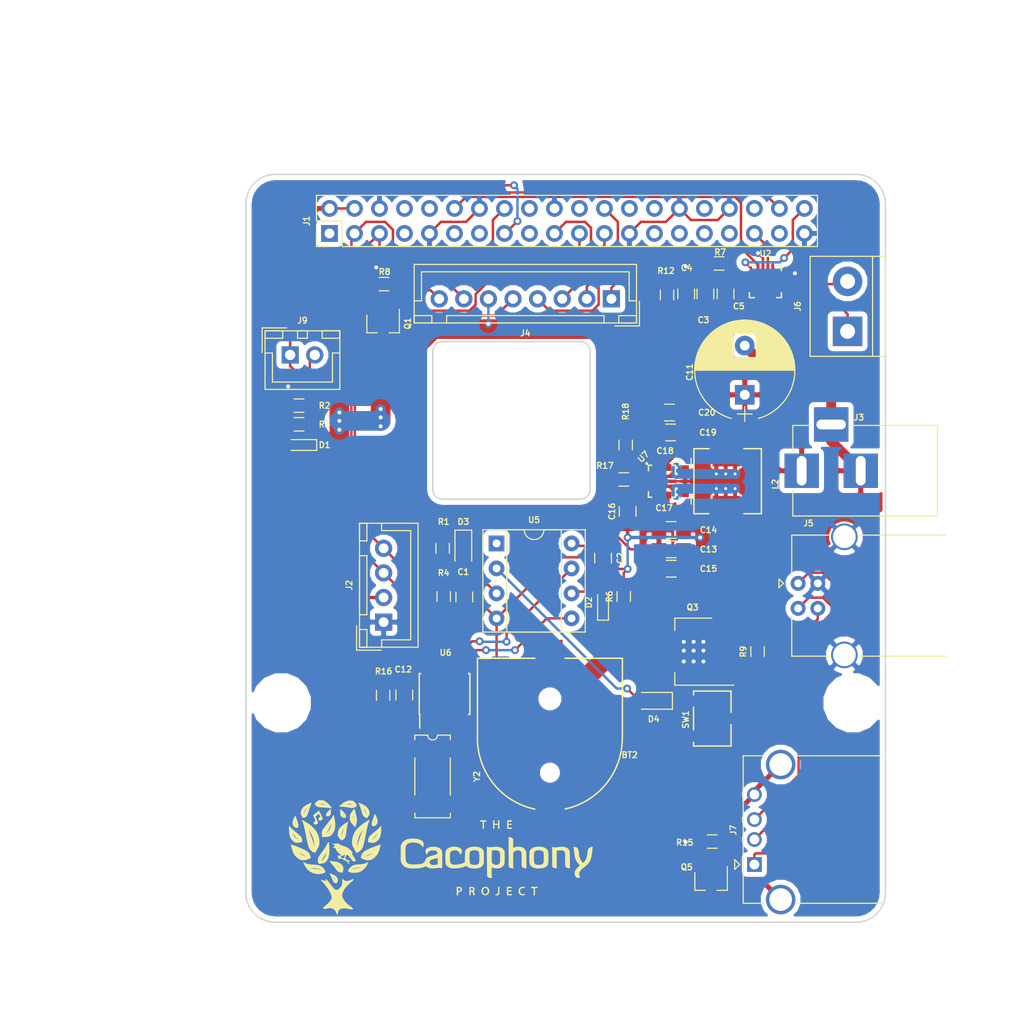
<source format=kicad_pcb>
(kicad_pcb (version 20171130) (host pcbnew 5.0.0-rc2-unknown-03fa645~65~ubuntu16.04.1)
  (layers (0 F.Cu signal) (31 B.Cu signal) (34 B.Paste user) (35 F.Paste user) (36 B.SilkS user) (37 F.SilkS user) (38 B.Mask user) (39 F.Mask user) (44 Edge.Cuts user))
  (net 0 "")
  (net 1 "Net-(D1-Pad1)")
  (net 2 "Net-(D2-Pad1)")
  (net 3 "Net-(D4-Pad1)")
  (net 4 +5V)
  (net 5 "Net-(J1-Pad1)")
  (net 6 GND)
  (net 7 "Net-(J1-Pad7)")
  (net 8 "Net-(J1-Pad8)")
  (net 9 "Net-(J1-Pad10)")
  (net 10 "Net-(J1-Pad17)")
  (net 11 "Net-(J1-Pad26)")
  (net 12 "Net-(J1-Pad27)")
  (net 13 "Net-(J1-Pad28)")
  (net 14 "Net-(J1-Pad29)")
  (net 15 "Net-(J1-Pad31)")
  (net 16 "Net-(J1-Pad32)")
  (net 17 "Net-(J1-Pad33)")
  (net 18 "Net-(J4-Pad5)")
  (net 19 "Net-(J5-Pad2)")
  (net 20 "Net-(J5-Pad1)")
  (net 21 "Net-(J5-Pad3)")
  (net 22 "Net-(J7-Pad4)")
  (net 23 "Net-(J1-Pad36)")
  (net 24 /Always_On/Ground)
  (net 25 "Net-(BT2-Pad1)")
  (net 26 "Net-(C1-Pad1)")
  (net 27 VCC)
  (net 28 "Net-(C16-Pad1)")
  (net 29 /LED1)
  (net 30 "Net-(D2-Pad2)")
  (net 31 "Net-(D3-Pad2)")
  (net 32 "Net-(D4-Pad2)")
  (net 33 /SDA)
  (net 34 /SCL)
  (net 35 "Net-(J1-Pad11)")
  (net 36 /I2S_BCLK)
  (net 37 "Net-(J1-Pad13)")
  (net 38 /USB_POWER)
  (net 39 /THERMAL_POWER)
  (net 40 "Net-(J1-Pad18)")
  (net 41 /SPI_MOSI)
  (net 42 /SPI_MISO)
  (net 43 "Net-(J1-Pad22)")
  (net 44 /SPI_SCLK)
  (net 45 /SPI_CEO)
  (net 46 /I2S_LRCLK)
  (net 47 "Net-(J1-Pad37)")
  (net 48 /I2S_DIN)
  (net 49 "Net-(J6-Pad1)")
  (net 50 "Net-(J6-Pad2)")
  (net 51 "Net-(L2-Pad1)")
  (net 52 "Net-(L2-Pad2)")
  (net 53 "Net-(J9-Pad2)")
  (net 54 "Net-(R7-Pad1)")
  (net 55 "Net-(R12-Pad1)")
  (net 56 "Net-(C12-Pad1)")
  (net 57 "Net-(R17-Pad2)")
  (net 58 "Net-(R18-Pad2)")
  (net 59 "Net-(U2-Pad5)")
  (net 60 "Net-(U2-Pad6)")
  (net 61 "Net-(U2-Pad12)")
  (net 62 "Net-(U2-Pad13)")
  (net 63 "Net-(U6-Pad1)")
  (net 64 "Net-(U6-Pad2)")
  (net 65 "Net-(U5-Pad1)")
  (net 66 "Net-(U6-Pad7)")
  (net 67 "Net-(Y2-Pad2)")
  (net 68 "Net-(Y2-Pad3)")
  (module switch-footprint:CJS-1200A1 (layer F.Cu) (at 147.4 154.3 270)
    (fp_text reference SW1 (at 0.1 2.7 270) (layer F.SilkS) (effects (font (size 0.6 0.6) (thickness 0.125))))
    (fp_text value SW_DPST_x2)
    (pad 3 smd rect (at 1.75 1.15 270) (size 1 1.6) (layers F.Cu F.Paste F.Mask))
    (pad 2 smd rect (at 0 -1.15 270) (size 1 1.6) (layers F.Cu F.Paste F.Mask) (net 3 "Net-(D4-Pad1)"))
    (pad 1 smd rect (at -1.75 1.15 270) (size 1 1.6) (layers F.Cu F.Paste F.Mask) (net 4 +5V))
  )
  (module pi-hat-footprints:ETQP3MxxxKVP (layer F.Cu) (at 148.835568 130.179229 270)
    (fp_text reference L2 (at 0.3048 -4.9784 270) (layer F.SilkS) (effects (font (size 0.6 0.6) (thickness 0.125))))
    (fp_text value 1.5uH)
    (pad 1 smd rect (at -2.45 0 270) (size 1.9 2.8) (layers F.Cu F.Paste F.Mask) (net 51 "Net-(L2-Pad1)"))
    (pad 2 smd rect (at 2.45 0 270) (size 1.9 2.8) (layers F.Cu F.Paste F.Mask) (net 52 "Net-(L2-Pad2)"))
  )
  (module pi-hat-footprints:TPS63070 (layer F.Cu) (at 142.282068 130.187228)
    (fp_text reference U7 (at -1.882068 -2.487228 225) (layer F.SilkS) (effects (font (size 0.6 0.6) (thickness 0.125))))
    (fp_text value TPS630701)
    (pad 9 smd roundrect (at 0.775 0.5) (size 1.45 0.35) (layers F.Cu) (roundrect_rratio 0.2) (net 52 "Net-(L2-Pad2)"))
    (pad 12 smd roundrect (at 0.525 -1.4) (size 0.85 0.7) (layers F.Cu) (roundrect_rratio 0.07099999999999999) (net 27 VCC))
    (pad 7 smd roundrect (at 0.525 1.4) (size 0.85 0.7) (layers F.Cu) (roundrect_rratio 0.07099999999999999) (net 4 +5V))
    (pad 15 smd roundrect (at -0.725 -1.4 180) (size 0.25 0.6) (layers F.Cu F.Paste F.Mask) (roundrect_rratio 0.2) (net 24 /Always_On/Ground))
    (pad 14 smd roundrect (at -0.225 -1.4 180) (size 0.25 0.6) (layers F.Cu F.Paste F.Mask) (roundrect_rratio 0.2) (net 58 "Net-(R18-Pad2)"))
    (pad 11 smd roundrect (at 0.775 -0.5 180) (size 1.45 0.35) (layers F.Cu) (roundrect_rratio 0.2) (net 51 "Net-(L2-Pad1)"))
    (pad 10 smd roundrect (at 0.6 0 180) (size 1.8 0.35) (layers F.Cu) (roundrect_rratio 0.2) (net 24 /Always_On/Ground))
    (pad 6 smd roundrect (at -0.225 1.4) (size 0.25 0.6) (layers F.Cu F.Paste F.Mask) (roundrect_rratio 0.2) (net 24 /Always_On/Ground))
    (pad 5 smd roundrect (at -0.725 1.4) (size 0.25 0.6) (layers F.Cu F.Paste F.Mask) (roundrect_rratio 0.2) (net 4 +5V))
    (pad 4 smd roundrect (at -1.15 0.75) (size 0.6 0.25) (layers F.Cu F.Paste F.Mask) (roundrect_rratio 0.2) (net 24 /Always_On/Ground))
    (pad 3 smd roundrect (at -1.15 0.25) (size 0.6 0.25) (layers F.Cu F.Paste F.Mask) (roundrect_rratio 0.2) (net 28 "Net-(C16-Pad1)"))
    (pad 2 smd roundrect (at -1.15 -0.25) (size 0.6 0.25) (layers F.Cu F.Paste F.Mask) (roundrect_rratio 0.2) (net 57 "Net-(R17-Pad2)"))
    (pad 1 smd roundrect (at -1.15 -0.75) (size 0.6 0.25) (layers F.Cu F.Paste F.Mask) (roundrect_rratio 0.2) (net 58 "Net-(R18-Pad2)"))
  )
  (module pi-hat-footprints:CR1220 (layer F.Cu) (at 130.9 156.3 90)
    (fp_text reference BT2 (at -1.7 8.1 180) (layer F.SilkS) (effects (font (size 0.6 0.6) (thickness 0.125))))
    (fp_text value 1206)
    (pad 2 smd rect (at -7.57 0 90) (size 3.66 2.6) (layers F.Cu F.Paste F.Mask) (net 24 /Always_On/Ground))
    (pad 1 smd rect (at 8.23 0 90) (size 3.54 2.6) (layers F.Cu F.Paste F.Mask) (net 25 "Net-(BT2-Pad1)"))
    (pad "" np_thru_hole circle (at 4 0 90) (size 1.3 1.3) (drill 1.3) (layers *.Cu *.Mask))
    (pad "" np_thru_hole circle (at -3.5 0 90) (size 1 1) (drill 1) (layers *.Cu *.Mask))
  )
  (module Crystals:Crystal_SMD_SeikoEpson_MC306-4pin_8.0x3.2mm_HandSoldering (layer F.Cu) (at 118.975 160.185 270)
    (fp_text reference Y2 (at 0 -4.5 270) (layer F.SilkS) (effects (font (size 0.6 0.6) (thickness 0.125))))
    (fp_text value 32.768)
    (pad 4 smd rect (at -2.815 -2.075 270) (size 1.43 2.85) (layers F.Cu F.Paste F.Mask) (net 64 "Net-(U6-Pad2)"))
    (pad 3 smd rect (at 2.815 -2.075 270) (size 1.43 2.85) (layers F.Cu F.Paste F.Mask) (net 68 "Net-(Y2-Pad3)"))
    (pad 2 smd rect (at 2.815 2.075 270) (size 1.43 2.85) (layers F.Cu F.Paste F.Mask) (net 67 "Net-(Y2-Pad2)"))
    (pad 1 smd rect (at -2.815 2.075 270) (size 1.43 2.85) (layers F.Cu F.Paste F.Mask) (net 63 "Net-(U6-Pad1)"))
  )
  (module Resistors_SMD:R_0603_HandSoldering (layer F.Cu) (at 113.95 151.949999 90)
    (fp_text reference R16 (at 2.449999 0.05 180) (layer F.SilkS) (effects (font (size 0.6 0.6) (thickness 0.125))))
    (fp_text value 1K)
    (pad 2 smd rect (at 1.1 0 90) (size 1.2 0.9) (layers F.Cu F.Paste F.Mask) (net 56 "Net-(C12-Pad1)"))
    (pad 1 smd rect (at -1.1 0 90) (size 1.2 0.9) (layers F.Cu F.Paste F.Mask) (net 4 +5V))
  )
  (module Capacitors_SMD:C_0805_HandSoldering (layer F.Cu) (at 122.2 141.95 270)
    (fp_text reference C1 (at -2.55 0.1) (layer F.SilkS) (effects (font (size 0.6 0.6) (thickness 0.125))))
    (fp_text value 1uF)
    (pad 2 smd rect (at 1.25 0 270) (size 1.5 1.25) (layers F.Cu F.Paste F.Mask) (net 24 /Always_On/Ground))
    (pad 1 smd rect (at -1.25 0 270) (size 1.5 1.25) (layers F.Cu F.Paste F.Mask) (net 26 "Net-(C1-Pad1)"))
  )
  (module Capacitors_THT:CP_Radial_D10.0mm_P5.00mm (layer F.Cu) (at 150.7 121.4 90)
    (fp_text reference C11 (at 2.3 -5.6 90) (layer F.SilkS) (effects (font (size 0.6 0.6) (thickness 0.125))))
    (fp_text value 820uF)
    (pad 2 thru_hole circle (at 5 0 90) (size 2 2) (drill 1) (layers *.Cu *.Mask) (net 24 /Always_On/Ground))
    (pad 1 thru_hole rect (at 0 0 90) (size 2 2) (drill 1) (layers *.Cu *.Mask) (net 27 VCC))
  )
  (module Capacitors_SMD:C_0805_HandSoldering (layer F.Cu) (at 143.227568 137.103228)
    (fp_text reference C13 (at 3.79 0) (layer F.SilkS) (effects (font (size 0.6 0.6) (thickness 0.125))))
    (fp_text value 22uF)
    (pad 2 smd rect (at 1.25 0) (size 1.5 1.25) (layers F.Cu F.Paste F.Mask) (net 24 /Always_On/Ground))
    (pad 1 smd rect (at -1.25 0) (size 1.5 1.25) (layers F.Cu F.Paste F.Mask) (net 4 +5V))
  )
  (module Capacitors_SMD:C_0805_HandSoldering (layer F.Cu) (at 143.227569 135.134728)
    (fp_text reference C14 (at 3.79 0) (layer F.SilkS) (effects (font (size 0.6 0.6) (thickness 0.125))))
    (fp_text value 22uF)
    (pad 2 smd rect (at 1.25 0) (size 1.5 1.25) (layers F.Cu F.Paste F.Mask) (net 24 /Always_On/Ground))
    (pad 1 smd rect (at -1.25 0) (size 1.5 1.25) (layers F.Cu F.Paste F.Mask) (net 4 +5V))
  )
  (module Capacitors_SMD:C_0805_HandSoldering (layer F.Cu) (at 143.227569 139.071728)
    (fp_text reference C15 (at 3.79 0) (layer F.SilkS) (effects (font (size 0.6 0.6) (thickness 0.125))))
    (fp_text value 22uF)
    (pad 2 smd rect (at 1.25 0) (size 1.5 1.25) (layers F.Cu F.Paste F.Mask) (net 24 /Always_On/Ground))
    (pad 1 smd rect (at -1.25 0) (size 1.5 1.25) (layers F.Cu F.Paste F.Mask) (net 4 +5V))
  )
  (module Capacitors_SMD:C_0805_HandSoldering (layer F.Cu) (at 138.8 133.25 270)
    (fp_text reference C16 (at 0 1.6 270) (layer F.SilkS) (effects (font (size 0.6 0.6) (thickness 0.125))))
    (fp_text value 100nF)
    (pad 2 smd rect (at 1.25 0 270) (size 1.5 1.25) (layers F.Cu F.Paste F.Mask) (net 24 /Always_On/Ground))
    (pad 1 smd rect (at -1.25 0 270) (size 1.5 1.25) (layers F.Cu F.Paste F.Mask) (net 28 "Net-(C16-Pad1)"))
  )
  (module Capacitors_SMD:C_0603_HandSoldering (layer F.Cu) (at 144.644568 132.147728 90)
    (fp_text reference C17 (at -0.752272 -2.144568 180) (layer F.SilkS) (effects (font (size 0.6 0.6) (thickness 0.125))))
    (fp_text value 10uF)
    (pad 2 smd rect (at 0.95 0 90) (size 1.2 0.75) (layers F.Cu F.Paste F.Mask) (net 24 /Always_On/Ground))
    (pad 1 smd rect (at -0.95 0 90) (size 1.2 0.75) (layers F.Cu F.Paste F.Mask) (net 4 +5V))
  )
  (module Capacitors_SMD:C_0603_HandSoldering (layer F.Cu) (at 144.644569 128.210728 270)
    (fp_text reference C18 (at -1.110728 2.044569) (layer F.SilkS) (effects (font (size 0.6 0.6) (thickness 0.125))))
    (fp_text value 10uF)
    (pad 2 smd rect (at 0.95 0 270) (size 1.2 0.75) (layers F.Cu F.Paste F.Mask) (net 24 /Always_On/Ground))
    (pad 1 smd rect (at -0.95 0 270) (size 1.2 0.75) (layers F.Cu F.Paste F.Mask) (net 27 VCC))
  )
  (module Capacitors_SMD:C_0805_HandSoldering (layer F.Cu) (at 143.164068 125.228729)
    (fp_text reference C19 (at 3.79 0) (layer F.SilkS) (effects (font (size 0.6 0.6) (thickness 0.125))))
    (fp_text value 10uF)
    (pad 2 smd rect (at 1.25 0) (size 1.5 1.25) (layers F.Cu F.Paste F.Mask) (net 24 /Always_On/Ground))
    (pad 1 smd rect (at -1.25 0) (size 1.5 1.25) (layers F.Cu F.Paste F.Mask) (net 27 VCC))
  )
  (module Capacitors_SMD:C_0805_HandSoldering (layer F.Cu) (at 143.05 123.2)
    (fp_text reference C20 (at 3.79 0) (layer F.SilkS) (effects (font (size 0.6 0.6) (thickness 0.125))))
    (fp_text value 10uF)
    (pad 2 smd rect (at 1.25 0) (size 1.5 1.25) (layers F.Cu F.Paste F.Mask) (net 24 /Always_On/Ground))
    (pad 1 smd rect (at -1.25 0) (size 1.5 1.25) (layers F.Cu F.Paste F.Mask) (net 27 VCC))
  )
  (module LEDs:LED_0603_HandSoldering (layer F.Cu) (at 105.4 126.5 180)
    (fp_text reference D1 (at -2.6 0 180) (layer F.SilkS) (effects (font (size 0.6 0.6) (thickness 0.125))))
    (fp_text value LED)
    (pad 2 smd rect (at 1.1 0 180) (size 1.2 0.9) (layers F.Cu F.Paste F.Mask) (net 29 /LED1))
    (pad 1 smd rect (at -1.1 0 180) (size 1.2 0.9) (layers F.Cu F.Paste F.Mask) (net 1 "Net-(D1-Pad1)"))
  )
  (module LEDs:LED_0603_HandSoldering (layer F.Cu) (at 136.3 142.5 90)
    (fp_text reference D2 (at 0 -1.45 90) (layer F.SilkS) (effects (font (size 0.6 0.6) (thickness 0.125))))
    (fp_text value LED_GREEN)
    (pad 2 smd rect (at 1.1 0 90) (size 1.2 0.9) (layers F.Cu F.Paste F.Mask) (net 30 "Net-(D2-Pad2)"))
    (pad 1 smd rect (at -1.1 0 90) (size 1.2 0.9) (layers F.Cu F.Paste F.Mask) (net 2 "Net-(D2-Pad1)"))
  )
  (module Diodes_SMD:D_SOD-323_HandSoldering (layer F.Cu) (at 122.1 137.05 270)
    (fp_text reference D3 (at -2.75 0) (layer F.SilkS) (effects (font (size 0.6 0.6) (thickness 0.125))))
    (fp_text value D_Zener)
    (pad 2 smd rect (at 1.25 0 270) (size 1 1) (layers F.Cu F.Paste F.Mask) (net 31 "Net-(D3-Pad2)"))
    (pad 1 smd rect (at -1.25 0 270) (size 1 1) (layers F.Cu F.Paste F.Mask) (net 27 VCC))
  )
  (module Diodes_SMD:D_SOD-323_HandSoldering (layer F.Cu) (at 141.45 152.5 180)
    (fp_text reference D4 (at 0 -1.85 180) (layer F.SilkS) (effects (font (size 0.6 0.6) (thickness 0.125))))
    (fp_text value D)
    (pad 2 smd rect (at 1.25 0 180) (size 1 1) (layers F.Cu F.Paste F.Mask) (net 32 "Net-(D4-Pad2)"))
    (pad 1 smd rect (at -1.25 0 180) (size 1 1) (layers F.Cu F.Paste F.Mask) (net 3 "Net-(D4-Pad1)"))
  )
  (module Connectors:bornier2 (layer F.Cu) (at 161.15 114.95 90)
    (fp_text reference J6 (at 2.54 -5.08 90) (layer F.SilkS) (effects (font (size 0.6 0.6) (thickness 0.125))))
    (fp_text value Conn_01x02)
    (pad 2 thru_hole circle (at 5.08 0 90) (size 3 3) (drill 1.52) (layers *.Cu *.Mask) (net 50 "Net-(J6-Pad2)"))
    (pad 1 thru_hole rect (at 0 0 90) (size 3 3) (drill 1.52) (layers *.Cu *.Mask) (net 49 "Net-(J6-Pad1)"))
  )
  (module Resistors_SMD:R_0603_HandSoldering (layer F.Cu) (at 120 137 270)
    (fp_text reference R1 (at -2.7 -0.1) (layer F.SilkS) (effects (font (size 0.6 0.6) (thickness 0.125))))
    (fp_text value 1K)
    (pad 2 smd rect (at 1.1 0 270) (size 1.2 0.9) (layers F.Cu F.Paste F.Mask) (net 26 "Net-(C1-Pad1)"))
    (pad 1 smd rect (at -1.1 0 270) (size 1.2 0.9) (layers F.Cu F.Paste F.Mask) (net 31 "Net-(D3-Pad2)"))
  )
  (module Resistors_SMD:R_0603_HandSoldering (layer F.Cu) (at 105.4 122.5 180)
    (fp_text reference R2 (at -2.6 0 180) (layer F.SilkS) (effects (font (size 0.6 0.6) (thickness 0.125))))
    (fp_text value 470R)
    (pad 2 smd rect (at 1.1 0 180) (size 1.2 0.9) (layers F.Cu F.Paste F.Mask) (net 6 GND))
    (pad 1 smd rect (at -1.1 0 180) (size 1.2 0.9) (layers F.Cu F.Paste F.Mask) (net 53 "Net-(J9-Pad2)"))
  )
  (module Resistors_SMD:R_0603_HandSoldering (layer F.Cu) (at 105.4 124.4 180)
    (fp_text reference R3 (at -2.6 0 180) (layer F.SilkS) (effects (font (size 0.6 0.6) (thickness 0.125))))
    (fp_text value 470R)
    (pad 2 smd rect (at 1.1 0 180) (size 1.2 0.9) (layers F.Cu F.Paste F.Mask) (net 6 GND))
    (pad 1 smd rect (at -1.1 0 180) (size 1.2 0.9) (layers F.Cu F.Paste F.Mask) (net 1 "Net-(D1-Pad1)"))
  )
  (module Resistors_SMD:R_0603_HandSoldering (layer F.Cu) (at 120.1 141.9 270)
    (fp_text reference R4 (at -2.4 0) (layer F.SilkS) (effects (font (size 0.6 0.6) (thickness 0.125))))
    (fp_text value 10K)
    (pad 2 smd rect (at 1.1 0 270) (size 1.2 0.9) (layers F.Cu F.Paste F.Mask) (net 24 /Always_On/Ground))
    (pad 1 smd rect (at -1.1 0 270) (size 1.2 0.9) (layers F.Cu F.Paste F.Mask) (net 26 "Net-(C1-Pad1)"))
  )
  (module Resistors_SMD:R_0603_HandSoldering (layer F.Cu) (at 138.4 141.900001 90)
    (fp_text reference R6 (at 0 -1.45 90) (layer F.SilkS) (effects (font (size 0.6 0.6) (thickness 0.125))))
    (fp_text value 470R)
    (pad 2 smd rect (at 1.1 0 90) (size 1.2 0.9) (layers F.Cu F.Paste F.Mask) (net 24 /Always_On/Ground))
    (pad 1 smd rect (at -1.1 0 90) (size 1.2 0.9) (layers F.Cu F.Paste F.Mask) (net 2 "Net-(D2-Pad1)"))
  )
  (module Resistors_SMD:R_0603_HandSoldering (layer F.Cu) (at 148.1 108.05 180)
    (fp_text reference R7 (at -0.1 1.15 180) (layer F.SilkS) (effects (font (size 0.6 0.6) (thickness 0.125))))
    (fp_text value 100K)
    (pad 2 smd rect (at 1.1 0 180) (size 1.2 0.9) (layers F.Cu F.Paste F.Mask) (net 6 GND))
    (pad 1 smd rect (at -1.1 0 180) (size 1.2 0.9) (layers F.Cu F.Paste F.Mask) (net 54 "Net-(R7-Pad1)"))
  )
  (module Resistors_SMD:R_0603_HandSoldering (layer F.Cu) (at 114.0425 110.15 180)
    (fp_text reference R8 (at -0.0575 1.25 180) (layer F.SilkS) (effects (font (size 0.6 0.6) (thickness 0.125))))
    (fp_text value 100K)
    (pad 2 smd rect (at 1.1 0 180) (size 1.2 0.9) (layers F.Cu F.Paste F.Mask) (net 6 GND))
    (pad 1 smd rect (at -1.1 0 180) (size 1.2 0.9) (layers F.Cu F.Paste F.Mask) (net 39 /THERMAL_POWER))
  )
  (module Resistors_SMD:R_0603_HandSoldering (layer F.Cu) (at 152 147.5 90)
    (fp_text reference R9 (at 0 -1.45 90) (layer F.SilkS) (effects (font (size 0.6 0.6) (thickness 0.125))))
    (fp_text value 100K)
    (pad 2 smd rect (at 1.1 0 90) (size 1.2 0.9) (layers F.Cu F.Paste F.Mask) (net 24 /Always_On/Ground))
    (pad 1 smd rect (at -1.1 0 90) (size 1.2 0.9) (layers F.Cu F.Paste F.Mask) (net 3 "Net-(D4-Pad1)"))
  )
  (module Resistors_SMD:R_0603_HandSoldering (layer F.Cu) (at 142.8 111.25 270)
    (fp_text reference R12 (at -2.45 0.1) (layer F.SilkS) (effects (font (size 0.6 0.6) (thickness 0.125))))
    (fp_text value 634K)
    (pad 2 smd rect (at 1.1 0 270) (size 1.2 0.9) (layers F.Cu F.Paste F.Mask) (net 4 +5V))
    (pad 1 smd rect (at -1.1 0 270) (size 1.2 0.9) (layers F.Cu F.Paste F.Mask) (net 55 "Net-(R12-Pad1)"))
  )
  (module Resistors_SMD:R_0603_HandSoldering (layer F.Cu) (at 147.4 166.8 180)
    (fp_text reference R15 (at 2.8 -0.1 180) (layer F.SilkS) (effects (font (size 0.6 0.6) (thickness 0.125))))
    (fp_text value 100K)
    (pad 2 smd rect (at 1.1 0 180) (size 1.2 0.9) (layers F.Cu F.Paste F.Mask) (net 6 GND))
    (pad 1 smd rect (at -1.1 0 180) (size 1.2 0.9) (layers F.Cu F.Paste F.Mask) (net 38 /USB_POWER))
  )
  (module Resistors_SMD:R_0603_HandSoldering (layer F.Cu) (at 138.4 130)
    (fp_text reference R17 (at -1.9 -1.4 180) (layer F.SilkS) (effects (font (size 0.6 0.6) (thickness 0.125))))
    (fp_text value 100K)
    (pad 2 smd rect (at 1.1 0) (size 1.2 0.9) (layers F.Cu F.Paste F.Mask) (net 57 "Net-(R17-Pad2)"))
    (pad 1 smd rect (at -1.1 0) (size 1.2 0.9) (layers F.Cu F.Paste F.Mask) (net 4 +5V))
  )
  (module Resistors_SMD:R_0603_HandSoldering (layer F.Cu) (at 138.6 126.5 270)
    (fp_text reference R18 (at -3.4 0 270) (layer F.SilkS) (effects (font (size 0.6 0.6) (thickness 0.125))))
    (fp_text value 10K)
    (pad 2 smd rect (at 1.1 0 270) (size 1.2 0.9) (layers F.Cu F.Paste F.Mask) (net 58 "Net-(R18-Pad2)"))
    (pad 1 smd rect (at -1.1 0 270) (size 1.2 0.9) (layers F.Cu F.Paste F.Mask) (net 27 VCC))
  )
  (module Housings_DFN_QFN:QFN-16-1EP_3x3mm_Pitch0.5mm (layer F.Cu) (at 152.8 109.9)
    (fp_text reference U2 (at 0 -2.85) (layer F.SilkS) (effects (font (size 0.6 0.6) (thickness 0.125))))
    (fp_text value MAX98357)
    (pad 17 smd rect (at -0.45 -0.45) (size 0.9 0.9) (layers F.Cu F.Paste F.Mask))
    (pad 17 smd rect (at -0.45 0.45) (size 0.9 0.9) (layers F.Cu F.Paste F.Mask))
    (pad 17 smd rect (at 0.45 -0.45) (size 0.9 0.9) (layers F.Cu F.Paste F.Mask))
    (pad 17 smd rect (at 0.45 0.45) (size 0.9 0.9) (layers F.Cu F.Paste F.Mask))
    (pad 16 smd oval (at -0.75 -1.475 90) (size 0.75 0.3) (layers F.Cu F.Paste F.Mask) (net 36 /I2S_BCLK))
    (pad 15 smd oval (at -0.25 -1.475 90) (size 0.75 0.3) (layers F.Cu F.Paste F.Mask) (net 6 GND))
    (pad 14 smd oval (at 0.25 -1.475 90) (size 0.75 0.3) (layers F.Cu F.Paste F.Mask) (net 46 /I2S_LRCLK))
    (pad 13 smd oval (at 0.75 -1.475 90) (size 0.75 0.3) (layers F.Cu F.Paste F.Mask) (net 62 "Net-(U2-Pad13)"))
    (pad 12 smd oval (at 1.475 -0.75) (size 0.75 0.3) (layers F.Cu F.Paste F.Mask) (net 61 "Net-(U2-Pad12)"))
    (pad 11 smd oval (at 1.475 -0.25) (size 0.75 0.3) (layers F.Cu F.Paste F.Mask) (net 6 GND))
    (pad 10 smd oval (at 1.475 0.25) (size 0.75 0.3) (layers F.Cu F.Paste F.Mask) (net 50 "Net-(J6-Pad2)"))
    (pad 9 smd oval (at 1.475 0.75) (size 0.75 0.3) (layers F.Cu F.Paste F.Mask) (net 49 "Net-(J6-Pad1)"))
    (pad 8 smd oval (at 0.75 1.475 90) (size 0.75 0.3) (layers F.Cu F.Paste F.Mask) (net 4 +5V))
    (pad 7 smd oval (at 0.25 1.475 90) (size 0.75 0.3) (layers F.Cu F.Paste F.Mask) (net 4 +5V))
    (pad 6 smd oval (at -0.25 1.475 90) (size 0.75 0.3) (layers F.Cu F.Paste F.Mask) (net 60 "Net-(U2-Pad6)"))
    (pad 5 smd oval (at -0.75 1.475 90) (size 0.75 0.3) (layers F.Cu F.Paste F.Mask) (net 59 "Net-(U2-Pad5)"))
    (pad 4 smd oval (at -1.475 0.75) (size 0.75 0.3) (layers F.Cu F.Paste F.Mask) (net 55 "Net-(R12-Pad1)"))
    (pad 3 smd oval (at -1.475 0.25) (size 0.75 0.3) (layers F.Cu F.Paste F.Mask) (net 6 GND))
    (pad 2 smd oval (at -1.475 -0.25) (size 0.75 0.3) (layers F.Cu F.Paste F.Mask) (net 54 "Net-(R7-Pad1)"))
    (pad 1 smd oval (at -1.475 -0.75) (size 0.75 0.3) (layers F.Cu F.Paste F.Mask) (net 48 /I2S_DIN))
  )
  (module Connectors:BARREL_JACK (layer F.Cu) (at 156.484 129.116 180)
    (fp_text reference J3 (at -5.816 5.416) (layer F.SilkS) (effects (font (size 0.6 0.6) (thickness 0.125))))
    (fp_text value Jack-DC)
    (pad 3 thru_hole rect (at -3 4.7 180) (size 3.5 3.5) (drill oval 3 1) (layers *.Cu *.Mask) (net 24 /Always_On/Ground))
    (pad 2 thru_hole rect (at -6 0 180) (size 3.5 3.5) (drill oval 1 3) (layers *.Cu *.Mask) (net 24 /Always_On/Ground))
    (pad 1 thru_hole rect (at 0 0 180) (size 3.5 3.5) (drill oval 1 3) (layers *.Cu *.Mask) (net 27 VCC))
  )
  (module TO_SOT_Packages_SMD:SOT-223 (layer F.Cu) (at 145.5 147.5 180)
    (fp_text reference Q3 (at 0.1 4.5 180) (layer F.SilkS) (effects (font (size 0.6 0.6) (thickness 0.125))))
    (fp_text value Q_NMOS_GDS)
    (pad 1 smd rect (at -3.15 -2.3 180) (size 2 1.5) (layers F.Cu F.Paste F.Mask) (net 3 "Net-(D4-Pad1)"))
    (pad 3 smd rect (at -3.15 2.3 180) (size 2 1.5) (layers F.Cu F.Paste F.Mask) (net 24 /Always_On/Ground))
    (pad 2 smd rect (at -3.15 0 180) (size 2 1.5) (layers F.Cu F.Paste F.Mask) (net 6 GND))
    (pad 4 smd rect (at 3.15 0 180) (size 2 3.8) (layers F.Cu F.Paste F.Mask) (net 6 GND))
  )
  (module Housings_DIP:DIP-8_W7.62mm_Socket (layer F.Cu) (at 125.48 136.5)
    (fp_text reference U5 (at 3.81 -2.39) (layer F.SilkS) (effects (font (size 0.6 0.6) (thickness 0.125))))
    (fp_text value ATTINY85-20SU)
    (pad 8 thru_hole oval (at 7.62 0) (size 1.6 1.6) (drill 0.8) (layers *.Cu *.Mask) (net 4 +5V))
    (pad 4 thru_hole oval (at 0 7.62) (size 1.6 1.6) (drill 0.8) (layers *.Cu *.Mask) (net 24 /Always_On/Ground))
    (pad 7 thru_hole oval (at 7.62 2.54) (size 1.6 1.6) (drill 0.8) (layers *.Cu *.Mask) (net 34 /SCL))
    (pad 3 thru_hole oval (at 0 5.08) (size 1.6 1.6) (drill 0.8) (layers *.Cu *.Mask) (net 26 "Net-(C1-Pad1)"))
    (pad 6 thru_hole oval (at 7.62 5.08) (size 1.6 1.6) (drill 0.8) (layers *.Cu *.Mask) (net 30 "Net-(D2-Pad2)"))
    (pad 2 thru_hole oval (at 0 2.54) (size 1.6 1.6) (drill 0.8) (layers *.Cu *.Mask) (net 32 "Net-(D4-Pad2)"))
    (pad 5 thru_hole oval (at 7.62 7.62) (size 1.6 1.6) (drill 0.8) (layers *.Cu *.Mask) (net 33 /SDA))
    (pad 1 thru_hole rect (at 0 0) (size 1.6 1.6) (drill 0.8) (layers *.Cu *.Mask) (net 65 "Net-(U5-Pad1)"))
  )
  (module Capacitors_SMD:C_0805_HandSoldering (layer F.Cu) (at 116.1 151.9 270)
    (fp_text reference C12 (at -2.6 0.1) (layer F.SilkS) (effects (font (size 0.6 0.6) (thickness 0.125))))
    (fp_text value 10uF)
    (pad 2 smd rect (at 1.25 0 270) (size 1.5 1.25) (layers F.Cu F.Paste F.Mask) (net 24 /Always_On/Ground))
    (pad 1 smd rect (at -1.25 0 270) (size 1.5 1.25) (layers F.Cu F.Paste F.Mask) (net 56 "Net-(C12-Pad1)"))
  )
  (module Connectors_JST:JST_XH_B02B-XH-A_02x2.50mm_Straight (layer F.Cu) (at 104.5 117.35)
    (fp_text reference J9 (at 1.25 -3.5) (layer F.SilkS) (effects (font (size 0.6 0.6) (thickness 0.125))))
    (fp_text value Conn_01x02)
    (pad 2 thru_hole circle (at 2.5 0) (size 1.75 1.75) (drill 1.05) (layers *.Cu *.Mask) (net 53 "Net-(J9-Pad2)"))
    (pad 1 thru_hole rect (at 0 0) (size 1.75 1.75) (drill 1.05) (layers *.Cu *.Mask) (net 29 /LED1))
  )
  (module Housings_SOIC:SOIC-8_3.9x4.9mm_Pitch1.27mm (layer F.Cu) (at 120.195 151.8 90)
    (fp_text reference U6 (at 4.2 0.105 180) (layer F.SilkS) (effects (font (size 0.6 0.6) (thickness 0.125))))
    (fp_text value PCF8523)
    (pad 8 smd rect (at 2.7 -1.905 90) (size 1.55 0.6) (layers F.Cu F.Paste F.Mask) (net 56 "Net-(C12-Pad1)"))
    (pad 7 smd rect (at 2.7 -0.635 90) (size 1.55 0.6) (layers F.Cu F.Paste F.Mask) (net 66 "Net-(U6-Pad7)"))
    (pad 6 smd rect (at 2.7 0.635 90) (size 1.55 0.6) (layers F.Cu F.Paste F.Mask) (net 34 /SCL))
    (pad 5 smd rect (at 2.7 1.905 90) (size 1.55 0.6) (layers F.Cu F.Paste F.Mask) (net 33 /SDA))
    (pad 4 smd rect (at -2.7 1.905 90) (size 1.55 0.6) (layers F.Cu F.Paste F.Mask) (net 24 /Always_On/Ground))
    (pad 3 smd rect (at -2.7 0.635 90) (size 1.55 0.6) (layers F.Cu F.Paste F.Mask) (net 25 "Net-(BT2-Pad1)"))
    (pad 2 smd rect (at -2.7 -0.635 90) (size 1.55 0.6) (layers F.Cu F.Paste F.Mask) (net 64 "Net-(U6-Pad2)"))
    (pad 1 smd rect (at -2.7 -1.905 90) (size 1.55 0.6) (layers F.Cu F.Paste F.Mask) (net 63 "Net-(U6-Pad1)"))
  )
  (module Pin_Headers:Pin_Header_Straight_2x20_Pitch2.54mm (layer F.Cu) (at 108.5 105 90)
    (fp_text reference J1 (at 1.27 -2.33 90) (layer F.SilkS) (effects (font (size 0.6 0.6) (thickness 0.125))))
    (fp_text value Raspberry_Pi_2_3)
    (pad 40 thru_hole oval (at 2.54 48.26 90) (size 1.7 1.7) (drill 1) (layers *.Cu *.Mask) (net 48 /I2S_DIN))
    (pad 39 thru_hole oval (at 0 48.26 90) (size 1.7 1.7) (drill 1) (layers *.Cu *.Mask) (net 6 GND))
    (pad 38 thru_hole oval (at 2.54 45.72 90) (size 1.7 1.7) (drill 1) (layers *.Cu *.Mask) (net 29 /LED1))
    (pad 37 thru_hole oval (at 0 45.72 90) (size 1.7 1.7) (drill 1) (layers *.Cu *.Mask) (net 47 "Net-(J1-Pad37)"))
    (pad 36 thru_hole oval (at 2.54 43.18 90) (size 1.7 1.7) (drill 1) (layers *.Cu *.Mask) (net 23 "Net-(J1-Pad36)"))
    (pad 35 thru_hole oval (at 0 43.18 90) (size 1.7 1.7) (drill 1) (layers *.Cu *.Mask) (net 46 /I2S_LRCLK))
    (pad 34 thru_hole oval (at 2.54 40.64 90) (size 1.7 1.7) (drill 1) (layers *.Cu *.Mask) (net 6 GND))
    (pad 33 thru_hole oval (at 0 40.64 90) (size 1.7 1.7) (drill 1) (layers *.Cu *.Mask) (net 17 "Net-(J1-Pad33)"))
    (pad 32 thru_hole oval (at 2.54 38.1 90) (size 1.7 1.7) (drill 1) (layers *.Cu *.Mask) (net 16 "Net-(J1-Pad32)"))
    (pad 31 thru_hole oval (at 0 38.1 90) (size 1.7 1.7) (drill 1) (layers *.Cu *.Mask) (net 15 "Net-(J1-Pad31)"))
    (pad 30 thru_hole oval (at 2.54 35.56 90) (size 1.7 1.7) (drill 1) (layers *.Cu *.Mask) (net 6 GND))
    (pad 29 thru_hole oval (at 0 35.56 90) (size 1.7 1.7) (drill 1) (layers *.Cu *.Mask) (net 14 "Net-(J1-Pad29)"))
    (pad 28 thru_hole oval (at 2.54 33.02 90) (size 1.7 1.7) (drill 1) (layers *.Cu *.Mask) (net 13 "Net-(J1-Pad28)"))
    (pad 27 thru_hole oval (at 0 33.02 90) (size 1.7 1.7) (drill 1) (layers *.Cu *.Mask) (net 12 "Net-(J1-Pad27)"))
    (pad 26 thru_hole oval (at 2.54 30.48 90) (size 1.7 1.7) (drill 1) (layers *.Cu *.Mask) (net 11 "Net-(J1-Pad26)"))
    (pad 25 thru_hole oval (at 0 30.48 90) (size 1.7 1.7) (drill 1) (layers *.Cu *.Mask) (net 6 GND))
    (pad 24 thru_hole oval (at 2.54 27.94 90) (size 1.7 1.7) (drill 1) (layers *.Cu *.Mask) (net 45 /SPI_CEO))
    (pad 23 thru_hole oval (at 0 27.94 90) (size 1.7 1.7) (drill 1) (layers *.Cu *.Mask) (net 44 /SPI_SCLK))
    (pad 22 thru_hole oval (at 2.54 25.4 90) (size 1.7 1.7) (drill 1) (layers *.Cu *.Mask) (net 43 "Net-(J1-Pad22)"))
    (pad 21 thru_hole oval (at 0 25.4 90) (size 1.7 1.7) (drill 1) (layers *.Cu *.Mask) (net 42 /SPI_MISO))
    (pad 20 thru_hole oval (at 2.54 22.86 90) (size 1.7 1.7) (drill 1) (layers *.Cu *.Mask) (net 6 GND))
    (pad 19 thru_hole oval (at 0 22.86 90) (size 1.7 1.7) (drill 1) (layers *.Cu *.Mask) (net 41 /SPI_MOSI))
    (pad 18 thru_hole oval (at 2.54 20.32 90) (size 1.7 1.7) (drill 1) (layers *.Cu *.Mask) (net 40 "Net-(J1-Pad18)"))
    (pad 17 thru_hole oval (at 0 20.32 90) (size 1.7 1.7) (drill 1) (layers *.Cu *.Mask) (net 10 "Net-(J1-Pad17)"))
    (pad 16 thru_hole oval (at 2.54 17.78 90) (size 1.7 1.7) (drill 1) (layers *.Cu *.Mask) (net 39 /THERMAL_POWER))
    (pad 15 thru_hole oval (at 0 17.78 90) (size 1.7 1.7) (drill 1) (layers *.Cu *.Mask) (net 38 /USB_POWER))
    (pad 14 thru_hole oval (at 2.54 15.24 90) (size 1.7 1.7) (drill 1) (layers *.Cu *.Mask) (net 6 GND))
    (pad 13 thru_hole oval (at 0 15.24 90) (size 1.7 1.7) (drill 1) (layers *.Cu *.Mask) (net 37 "Net-(J1-Pad13)"))
    (pad 12 thru_hole oval (at 2.54 12.7 90) (size 1.7 1.7) (drill 1) (layers *.Cu *.Mask) (net 36 /I2S_BCLK))
    (pad 11 thru_hole oval (at 0 12.7 90) (size 1.7 1.7) (drill 1) (layers *.Cu *.Mask) (net 35 "Net-(J1-Pad11)"))
    (pad 10 thru_hole oval (at 2.54 10.16 90) (size 1.7 1.7) (drill 1) (layers *.Cu *.Mask) (net 9 "Net-(J1-Pad10)"))
    (pad 9 thru_hole oval (at 0 10.16 90) (size 1.7 1.7) (drill 1) (layers *.Cu *.Mask) (net 6 GND))
    (pad 8 thru_hole oval (at 2.54 7.62 90) (size 1.7 1.7) (drill 1) (layers *.Cu *.Mask) (net 8 "Net-(J1-Pad8)"))
    (pad 7 thru_hole oval (at 0 7.62 90) (size 1.7 1.7) (drill 1) (layers *.Cu *.Mask) (net 7 "Net-(J1-Pad7)"))
    (pad 6 thru_hole oval (at 2.54 5.08 90) (size 1.7 1.7) (drill 1) (layers *.Cu *.Mask) (net 6 GND))
    (pad 5 thru_hole oval (at 0 5.08 90) (size 1.7 1.7) (drill 1) (layers *.Cu *.Mask) (net 34 /SCL))
    (pad 4 thru_hole oval (at 2.54 2.54 90) (size 1.7 1.7) (drill 1) (layers *.Cu *.Mask) (net 4 +5V))
    (pad 3 thru_hole oval (at 0 2.54 90) (size 1.7 1.7) (drill 1) (layers *.Cu *.Mask) (net 33 /SDA))
    (pad 2 thru_hole oval (at 2.54 0 90) (size 1.7 1.7) (drill 1) (layers *.Cu *.Mask) (net 4 +5V))
    (pad 1 thru_hole rect (at 0 0 90) (size 1.7 1.7) (drill 1) (layers *.Cu *.Mask) (net 5 "Net-(J1-Pad1)"))
  )
  (module Connectors_JST:JST_XH_B08B-XH-A_08x2.50mm_Straight (layer F.Cu) (at 137.15 111.65 180)
    (fp_text reference J4 (at 8.75 -3.5 180) (layer F.SilkS) (effects (font (size 0.6 0.6) (thickness 0.125))))
    (fp_text value Conn_01x08)
    (pad 8 thru_hole circle (at 17.5 0 180) (size 1.75 1.75) (drill 1) (layers *.Cu *.Mask) (net 34 /SCL))
    (pad 7 thru_hole circle (at 15 0 180) (size 1.75 1.75) (drill 1) (layers *.Cu *.Mask) (net 33 /SDA))
    (pad 6 thru_hole circle (at 12.5 0 180) (size 1.75 1.75) (drill 1) (layers *.Cu *.Mask) (net 4 +5V))
    (pad 5 thru_hole circle (at 10 0 180) (size 1.75 1.75) (drill 1) (layers *.Cu *.Mask) (net 18 "Net-(J4-Pad5)"))
    (pad 4 thru_hole circle (at 7.5 0 180) (size 1.75 1.75) (drill 1) (layers *.Cu *.Mask) (net 44 /SPI_SCLK))
    (pad 3 thru_hole circle (at 5 0 180) (size 1.75 1.75) (drill 1) (layers *.Cu *.Mask) (net 42 /SPI_MISO))
    (pad 2 thru_hole circle (at 2.5 0 180) (size 1.75 1.75) (drill 1) (layers *.Cu *.Mask) (net 41 /SPI_MOSI))
    (pad 1 thru_hole rect (at 0 0 180) (size 1.75 1.75) (drill 1) (layers *.Cu *.Mask) (net 45 /SPI_CEO))
  )
  (module TO_SOT_Packages_SMD:SC-59_Handsoldering (layer F.Cu) (at 113.95 114.15 270)
    (fp_text reference Q1 (at 0 -2.5 270) (layer F.SilkS) (effects (font (size 0.6 0.6) (thickness 0.125))))
    (fp_text value Q_NMOS_GDS)
    (pad 3 smd rect (at 1.65 0 270) (size 1.8 0.8) (layers F.Cu F.Paste F.Mask) (net 18 "Net-(J4-Pad5)"))
    (pad 2 smd rect (at -1.65 0.95 270) (size 1.8 0.8) (layers F.Cu F.Paste F.Mask) (net 6 GND))
    (pad 1 smd rect (at -1.65 -0.95 270) (size 1.8 0.8) (layers F.Cu F.Paste F.Mask) (net 39 /THERMAL_POWER))
  )
  (module TO_SOT_Packages_SMD:SC-59_Handsoldering (layer F.Cu) (at 147.282 170.808 270)
    (fp_text reference Q5 (at -1.408 2.482) (layer F.SilkS) (effects (font (size 0.6 0.6) (thickness 0.125))))
    (fp_text value Q_NMOS_GDS)
    (pad 3 smd rect (at 1.65 0 270) (size 1.8 0.8) (layers F.Cu F.Paste F.Mask) (net 22 "Net-(J7-Pad4)"))
    (pad 2 smd rect (at -1.65 0.95 270) (size 1.8 0.8) (layers F.Cu F.Paste F.Mask) (net 6 GND))
    (pad 1 smd rect (at -1.65 -0.95 270) (size 1.8 0.8) (layers F.Cu F.Paste F.Mask) (net 38 /USB_POWER))
  )
  (module Connectors_JST:JST_XH_B04B-XH-A_04x2.50mm_Straight (layer F.Cu) (at 114 144.5 90)
    (fp_text reference J2 (at 3.75 -3.5 90) (layer F.SilkS) (effects (font (size 0.6 0.6) (thickness 0.125))))
    (fp_text value Conn_SPI)
    (pad 4 thru_hole circle (at 7.5 0 90) (size 1.75 1.75) (drill 1) (layers *.Cu *.Mask) (net 34 /SCL))
    (pad 3 thru_hole circle (at 5 0 90) (size 1.75 1.75) (drill 1) (layers *.Cu *.Mask) (net 33 /SDA))
    (pad 2 thru_hole circle (at 2.5 0 90) (size 1.75 1.75) (drill 1) (layers *.Cu *.Mask) (net 4 +5V))
    (pad 1 thru_hole rect (at 0 0 90) (size 1.75 1.75) (drill 1) (layers *.Cu *.Mask) (net 6 GND))
  )
  (module Connector_USB:USB_A_Horizontal (layer F.Cu) (at 151.68 169.135 90)
    (fp_text reference J7 (at 3.5 -2.15 90) (layer F.SilkS) (effects (font (size 0.6 0.6) (thickness 0.125))))
    (fp_text value USB_OUT)
    (pad 4 thru_hole circle (at 7.11 0) (size 1.5 1.5) (drill 1) (layers *.Cu *.Mask) (net 22 "Net-(J7-Pad4)"))
    (pad 3 thru_hole circle (at 4.57 0) (size 1.5 1.5) (drill 1) (layers *.Cu *.Mask) (net 21 "Net-(J5-Pad3)"))
    (pad 2 thru_hole circle (at 2.54 0) (size 1.5 1.5) (drill 1) (layers *.Cu *.Mask) (net 19 "Net-(J5-Pad2)"))
    (pad 1 thru_hole rect (at 0 0) (size 1.5 1.5) (drill 1) (layers *.Cu *.Mask) (net 20 "Net-(J5-Pad1)"))
    (pad 5 thru_hole circle (at 10.16 2.67) (size 3 3) (drill 2.3) (layers *.Cu *.Mask) (net 22 "Net-(J7-Pad4)"))
    (pad 5 thru_hole circle (at -3.56 2.67) (size 3 3) (drill 2.3) (layers *.Cu *.Mask) (net 22 "Net-(J7-Pad4)"))
  )
  (module Connector_USB:USB_B_Horizontal (layer F.Cu) (at 156.125 140.56)
    (fp_text reference J5 (at 1.05 -6.1) (layer F.SilkS) (effects (font (size 0.6 0.6) (thickness 0.125))))
    (fp_text value USB_B)
    (pad 2 thru_hole circle (at 0 2.54 270) (size 1.52 1.52) (drill 0.81) (layers *.Cu *.Mask) (net 19 "Net-(J5-Pad2)"))
    (pad 1 thru_hole circle (at 0 0 270) (size 1.52 1.52) (drill 0.81) (layers *.Cu *.Mask) (net 20 "Net-(J5-Pad1)"))
    (pad 4 thru_hole circle (at 2 0 270) (size 1.52 1.52) (drill 0.81) (layers *.Cu *.Mask) (net 6 GND))
    (pad 3 thru_hole circle (at 2 2.54 270) (size 1.52 1.52) (drill 0.81) (layers *.Cu *.Mask) (net 21 "Net-(J5-Pad3)"))
    (pad 5 thru_hole circle (at 4.7 7.27 270) (size 2.7 2.7) (drill 2.3) (layers *.Cu *.Mask) (net 6 GND))
    (pad 5 thru_hole circle (at 4.7 -4.73 270) (size 2.7 2.7) (drill 2.3) (layers *.Cu *.Mask) (net 6 GND))
  )
  (module Capacitors_SMD:C_0805_HandSoldering (layer F.Cu) (at 136.3 138 270)
    (fp_text reference C2 (at 0 -1.75 270) (layer F.SilkS) (effects (font (size 0.6 0.6) (thickness 0.125))))
    (fp_text value 1uF)
    (pad 1 smd rect (at -1.25 0 270) (size 1.5 1.25) (layers F.Cu F.Paste F.Mask) (net 4 +5V))
    (pad 2 smd rect (at 1.25 0 270) (size 1.5 1.25) (layers F.Cu F.Paste F.Mask) (net 24 /Always_On/Ground))
  )
  (module Capacitors_SMD:C_0805_HandSoldering (layer F.Cu) (at 146.7 111.149999 90)
    (fp_text reference C3 (at -2.650001 -0.2 180) (layer F.SilkS) (effects (font (size 0.6 0.6) (thickness 0.125))))
    (fp_text value 10uF)
    (pad 2 smd rect (at 1.25 0 90) (size 1.5 1.25) (layers F.Cu F.Paste F.Mask) (net 6 GND))
    (pad 1 smd rect (at -1.25 0 90) (size 1.5 1.25) (layers F.Cu F.Paste F.Mask) (net 4 +5V))
  )
  (module Capacitors_SMD:C_0805_HandSoldering (layer F.Cu) (at 144.75 111.149999 90)
    (fp_text reference C4 (at 2.649999 0.05 180) (layer F.SilkS) (effects (font (size 0.6 0.6) (thickness 0.125))))
    (fp_text value 100nF)
    (pad 1 smd rect (at -1.25 0 90) (size 1.5 1.25) (layers F.Cu F.Paste F.Mask) (net 4 +5V))
    (pad 2 smd rect (at 1.25 0 90) (size 1.5 1.25) (layers F.Cu F.Paste F.Mask) (net 6 GND))
  )
  (module Capacitors_SMD:C_0805_HandSoldering (layer F.Cu) (at 148.75 111.15 90)
    (fp_text reference C5 (at -1.25 1.35 180) (layer F.SilkS) (effects (font (size 0.6 0.6) (thickness 0.125))))
    (fp_text value 10uF)
    (pad 1 smd rect (at -1.25 0 90) (size 1.5 1.25) (layers F.Cu F.Paste F.Mask) (net 4 +5V))
    (pad 2 smd rect (at 1.25 0 90) (size 1.5 1.25) (layers F.Cu F.Paste F.Mask) (net 6 GND))
  )
  (module Mounting_Holes:MountingHole_2.5mm (layer F.Cu) (at 161.7 152.7)
    (fp_text reference REF** hide)
    (fp_text value MountingHole_2.5mm)
    (pad "" np_thru_hole circle (at 0 0) (size 2.5 2.5) (drill 2.5) (layers *.Cu *.Mask) (clearance 1.75))
  )
  (module Mounting_Holes:MountingHole_2.5mm (layer F.Cu) (at 103.6 152.7)
    (fp_text reference REF** hide)
    (fp_text value MountingHole_2.5mm)
    (pad "" np_thru_hole circle (at 0 0) (size 2.5 2.5) (drill 2.5) (layers *.Cu *.Mask) (clearance 1.75))
  )
  (module logo:logo6 (layer F.Cu) (at 119.9 168.3)
    (fp_text reference G*** hide)
    (fp_text value LOGO hide)
  )
  (gr_arc (start 103 102) (end 103 99) (angle -90) (layer Edge.Cuts) (width 0.15))
  (gr_line (start 162 175) (end 103 175) (layer Edge.Cuts) (width 0.15))
  (gr_arc (start 162 102) (end 165 102) (angle -90) (layer Edge.Cuts) (width 0.15))
  (gr_line (start 103 99) (end 162 99) (layer Edge.Cuts) (width 0.15))
  (gr_arc (start 134 117) (end 135 117) (angle -90) (layer Edge.Cuts) (width 0.15))
  (gr_arc (start 134 131) (end 134 132) (angle -90) (layer Edge.Cuts) (width 0.15))
  (gr_arc (start 120 131) (end 119 131) (angle -90) (layer Edge.Cuts) (width 0.15))
  (gr_line (start 134 116) (end 120 116) (layer Edge.Cuts) (width 0.15))
  (gr_line (start 135 131) (end 135 117) (layer Edge.Cuts) (width 0.15))
  (gr_line (start 120 132) (end 134 132) (layer Edge.Cuts) (width 0.15))
  (gr_line (start 119 117) (end 119 131) (layer Edge.Cuts) (width 0.15))
  (gr_arc (start 120 117) (end 120 116) (angle -90) (layer Edge.Cuts) (width 0.15))
  (gr_line (start 100 172) (end 100 102) (layer Edge.Cuts) (width 0.15))
  (gr_arc (start 103 172) (end 100 172) (angle -90) (layer Edge.Cuts) (width 0.15))
  (gr_arc (start 162 172) (end 162 175) (angle -90) (layer Edge.Cuts) (width 0.15))
  (gr_line (start 165 102) (end 165 172) (layer Edge.Cuts) (width 0.15))
  (via (at 145.5 147.4) (size 0.8) (drill 0.4) (layers F.Cu B.Cu) (net 6))
  (via (at 146.5 147.4) (size 0.8) (drill 0.4) (layers F.Cu B.Cu) (net 6))
  (via (at 144.5 147.4) (size 0.8) (drill 0.4) (layers F.Cu B.Cu) (net 6))
  (via (at 113.699999 123.7) (size 0.8) (drill 0.4) (layers F.Cu B.Cu) (net 4))
  (via (at 113.699999 124.6) (size 0.8) (drill 0.4) (layers F.Cu B.Cu) (net 4))
  (via (at 113.699999 122.85) (size 0.8) (drill 0.4) (layers F.Cu B.Cu) (net 4))
  (segment (start 106.5 124.4) (end 106.5 126.5) (width 0.25) (layer F.Cu) (net 1))
  (segment (start 136.899999 143.000001) (end 136.3 143.6) (width 0.25) (layer F.Cu) (net 2))
  (segment (start 138.4 143.000001) (end 136.899999 143.000001) (width 0.25) (layer F.Cu) (net 2))
  (segment (start 152 148.75) (end 152 148.6) (width 0.25) (layer F.Cu) (net 3))
  (segment (start 150.95 149.8) (end 152 148.75) (width 0.25) (layer F.Cu) (net 3))
  (segment (start 148.65 149.8) (end 150.95 149.8) (width 0.25) (layer F.Cu) (net 3))
  (segment (start 148.55 149.9) (end 148.65 149.8) (width 0.25) (layer F.Cu) (net 3))
  (segment (start 148.55 154.3) (end 148.55 149.9) (width 0.25) (layer F.Cu) (net 3))
  (segment (start 145.25 154.3) (end 147.5 154.3) (width 0.25) (layer F.Cu) (net 3))
  (segment (start 147.5 154.3) (end 148.55 154.3) (width 0.25) (layer F.Cu) (net 3))
  (segment (start 143.45 152.5) (end 145.25 154.3) (width 0.25) (layer F.Cu) (net 3))
  (segment (start 142.7 152.5) (end 143.45 152.5) (width 0.25) (layer F.Cu) (net 3))
  (segment (start 141.977569 135.039728) (end 141.977569 137.103228) (width 0.35) (layer F.Cu) (net 4))
  (segment (start 141.977569 137.103228) (end 141.977569 139.071729) (width 0.35) (layer F.Cu) (net 4))
  (segment (start 141.557068 131.987228) (end 141.5 132.044296) (width 0.25) (layer F.Cu) (net 4))
  (segment (start 141.5 132.044296) (end 141.5 132.6) (width 0.25) (layer F.Cu) (net 4))
  (segment (start 141.5 132.6) (end 141.794296 132.6) (width 0.25) (layer F.Cu) (net 4))
  (segment (start 142.807068 132.692932) (end 142.8 132.7) (width 0.25) (layer F.Cu) (net 4))
  (segment (start 142.807068 131.587228) (end 142.807068 132.692932) (width 0.25) (layer F.Cu) (net 4))
  (segment (start 143.211864 133.097728) (end 142.807068 132.692932) (width 0.25) (layer F.Cu) (net 4))
  (segment (start 144.644568 133.097728) (end 143.211864 133.097728) (width 0.25) (layer F.Cu) (net 4))
  (segment (start 142.807068 131.587228) (end 142.557068 131.587228) (width 0.25) (layer F.Cu) (net 4))
  (segment (start 142.557068 131.987228) (end 142.557068 131.587228) (width 0.25) (layer F.Cu) (net 4))
  (segment (start 142.432058 132.112238) (end 142.557068 131.987228) (width 0.25) (layer F.Cu) (net 4))
  (segment (start 141.682078 132.112238) (end 142.432058 132.112238) (width 0.25) (layer F.Cu) (net 4))
  (segment (start 141.557068 131.987228) (end 141.682078 132.112238) (width 0.25) (layer F.Cu) (net 4))
  (segment (start 141.557068 131.587228) (end 141.557068 131.987228) (width 0.25) (layer F.Cu) (net 4))
  (segment (start 137.3 130.7) (end 137.3 130) (width 0.25) (layer F.Cu) (net 4))
  (segment (start 137.3 135.325002) (end 137.3 130.7) (width 0.25) (layer F.Cu) (net 4))
  (segment (start 141.977568 137.103228) (end 139.078226 137.103228) (width 0.25) (layer F.Cu) (net 4))
  (segment (start 133.35 136.75) (end 133.1 136.5) (width 0.25) (layer F.Cu) (net 4))
  (segment (start 136.3 136.75) (end 133.35 136.75) (width 0.25) (layer F.Cu) (net 4))
  (segment (start 137.399998 135.525002) (end 137.5 135.525002) (width 0.25) (layer F.Cu) (net 4))
  (segment (start 136.3 136.75) (end 136.3 136.625) (width 0.25) (layer F.Cu) (net 4))
  (segment (start 139.078226 137.103228) (end 137.5 135.525002) (width 0.25) (layer F.Cu) (net 4))
  (segment (start 136.3 136.625) (end 137.399998 135.525002) (width 0.25) (layer F.Cu) (net 4))
  (segment (start 137.5 135.525002) (end 137.3 135.325002) (width 0.25) (layer F.Cu) (net 4))
  (segment (start 146.25 151.8) (end 144.75 150.3) (width 0.25) (layer F.Cu) (net 4))
  (segment (start 146.25 152.55) (end 146.25 151.8) (width 0.25) (layer F.Cu) (net 4))
  (segment (start 141.977569 139.946728) (end 141.977569 139.071728) (width 0.25) (layer F.Cu) (net 4))
  (segment (start 141.024999 140.899298) (end 141.977569 139.946728) (width 0.25) (layer F.Cu) (net 4))
  (segment (start 141.664998 150.3) (end 141.024999 149.660001) (width 0.25) (layer F.Cu) (net 4))
  (segment (start 144.75 150.3) (end 141.664998 150.3) (width 0.25) (layer F.Cu) (net 4))
  (segment (start 153.05 111.771765) (end 152.421765 112.4) (width 0.25) (layer F.Cu) (net 4))
  (segment (start 153.05 111.375) (end 153.05 111.771765) (width 0.25) (layer F.Cu) (net 4))
  (segment (start 153.55 111.6) (end 153.55 111.375) (width 0.25) (layer F.Cu) (net 4))
  (segment (start 152.75 112.4) (end 153.55 111.6) (width 0.25) (layer F.Cu) (net 4))
  (segment (start 152.421765 112.4) (end 152.75 112.4) (width 0.25) (layer F.Cu) (net 4))
  (segment (start 148.75 112.4) (end 152.421765 112.4) (width 0.4) (layer F.Cu) (net 4))
  (segment (start 144.700001 112.35) (end 144.75 112.399999) (width 0.4) (layer F.Cu) (net 4))
  (segment (start 142.8 112.35) (end 144.700001 112.35) (width 0.4) (layer F.Cu) (net 4))
  (segment (start 145.775001 112.4) (end 148.75 112.4) (width 0.4) (layer F.Cu) (net 4))
  (segment (start 144.75 112.399999) (end 145.775001 112.4) (width 0.4) (layer F.Cu) (net 4))
  (segment (start 108.5 102.46) (end 111.04 102.46) (width 0.25) (layer F.Cu) (net 4))
  (segment (start 141.024999 141.1) (end 141.024999 140.899298) (width 0.25) (layer F.Cu) (net 4))
  (segment (start 141.024999 140.899298) (end 141.024999 143.725001) (width 2) (layer F.Cu) (net 4))
  (segment (start 141.024999 143.725001) (end 136.4 148.35) (width 2) (layer F.Cu) (net 4))
  (segment (start 136.4 148.35) (end 133.7 151.05) (width 2) (layer F.Cu) (net 4))
  (segment (start 133.7 151.05) (end 133.7 152.35) (width 2) (layer F.Cu) (net 4))
  (segment (start 133.7 152.35) (end 133.7 153.05) (width 2) (layer F.Cu) (net 4))
  (segment (start 115.299998 165.7) (end 110 160.400002) (width 2) (layer F.Cu) (net 4))
  (segment (start 123.5 165.7) (end 115.299998 165.7) (width 2) (layer F.Cu) (net 4))
  (segment (start 110 160.400002) (end 110 154.15) (width 2) (layer F.Cu) (net 4))
  (segment (start 110 154.15) (end 109.499999 153.649999) (width 2) (layer F.Cu) (net 4))
  (segment (start 109.499999 110.649999) (end 105.9 107.05) (width 2) (layer F.Cu) (net 4))
  (segment (start 105.9 107.05) (end 105.9 102.7) (width 2) (layer F.Cu) (net 4))
  (segment (start 107.057919 102.7) (end 105.9 102.7) (width 0.5) (layer F.Cu) (net 4))
  (segment (start 107.297919 102.46) (end 107.057919 102.7) (width 0.5) (layer F.Cu) (net 4))
  (segment (start 108.5 102.46) (end 107.297919 102.46) (width 0.5) (layer F.Cu) (net 4))
  (segment (start 133.7 152.35) (end 133.7 167.1) (width 2) (layer F.Cu) (net 4))
  (segment (start 124.9 167.1) (end 123.5 165.7) (width 2) (layer F.Cu) (net 4))
  (segment (start 133.7 167.1) (end 124.9 167.1) (width 2) (layer F.Cu) (net 4))
  (segment (start 109.499999 123.2) (end 109.499999 110.649999) (width 2) (layer F.Cu) (net 4))
  (via (at 109.499999 123.2) (size 0.8) (drill 0.4) (layers F.Cu B.Cu) (net 4))
  (via (at 109.499999 124.05) (size 0.8) (drill 0.4) (layers F.Cu B.Cu) (net 4))
  (via (at 109.499999 124.95) (size 0.8) (drill 0.4) (layers F.Cu B.Cu) (net 4))
  (segment (start 109.499999 124.05) (end 113.7 124.05) (width 2) (layer B.Cu) (net 4))
  (segment (start 113.7 124.05) (end 113.7 124.05) (width 2) (layer B.Cu) (net 4))
  (segment (start 113.7 120.05) (end 119.02501 114.72499) (width 2) (layer F.Cu) (net 4))
  (segment (start 113.7 124.05) (end 113.7 120.05) (width 2) (layer F.Cu) (net 4))
  (segment (start 113.699999 123.7) (end 113.699999 122.85) (width 1) (layer B.Cu) (net 4))
  (segment (start 109.499999 124.05) (end 109.499999 123.2) (width 1) (layer B.Cu) (net 4))
  (segment (start 109.499999 124.05) (end 109.499999 124.95) (width 1) (layer B.Cu) (net 4))
  (segment (start 109.499999 123.2) (end 109.499999 124.95) (width 2) (layer F.Cu) (net 4))
  (segment (start 143.87499 114.72499) (end 144.12501 114.72499) (width 0.5) (layer F.Cu) (net 4))
  (segment (start 144.12501 114.72499) (end 144.75 114.1) (width 0.5) (layer F.Cu) (net 4))
  (segment (start 144.75 114.1) (end 144.75 112.4) (width 0.5) (layer F.Cu) (net 4))
  (segment (start 111.100001 153.049999) (end 113.95 153.049999) (width 0.35) (layer F.Cu) (net 4))
  (segment (start 110 154.15) (end 111.100001 153.049999) (width 0.35) (layer F.Cu) (net 4))
  (segment (start 114 142) (end 109.449999 142) (width 0.35) (layer F.Cu) (net 4))
  (segment (start 109.499999 143.25) (end 109.499999 124.95) (width 2) (layer F.Cu) (net 4))
  (segment (start 109.499999 153.649999) (end 109.499999 143.25) (width 2) (layer F.Cu) (net 4))
  (via (at 124.65 114.2) (size 0.8) (drill 0.4) (layers F.Cu B.Cu) (net 4))
  (segment (start 124.65 114.72499) (end 143.87499 114.72499) (width 2) (layer F.Cu) (net 4))
  (segment (start 119.02501 114.72499) (end 124.65 114.72499) (width 2) (layer F.Cu) (net 4))
  (segment (start 137.710001 149.660001) (end 136.4 148.35) (width 0.25) (layer F.Cu) (net 4))
  (segment (start 141.024999 149.660001) (end 137.710001 149.660001) (width 0.25) (layer F.Cu) (net 4))
  (segment (start 124.65 111.65) (end 124.65 114.2) (width 0.25) (layer B.Cu) (net 4))
  (segment (start 118.66 105) (end 119.835001 103.824999) (width 0.25) (layer F.Cu) (net 6))
  (segment (start 119.835001 103.824999) (end 122.375001 103.824999) (width 0.25) (layer F.Cu) (net 6))
  (segment (start 122.375001 103.824999) (end 122.890001 103.309999) (width 0.25) (layer F.Cu) (net 6))
  (segment (start 122.890001 103.309999) (end 123.74 102.46) (width 0.25) (layer F.Cu) (net 6))
  (segment (start 138.98 105) (end 140.155001 103.824999) (width 0.25) (layer F.Cu) (net 6))
  (segment (start 143.210001 103.309999) (end 144.06 102.46) (width 0.25) (layer F.Cu) (net 6))
  (segment (start 140.155001 103.824999) (end 142.695001 103.824999) (width 0.25) (layer F.Cu) (net 6))
  (segment (start 142.695001 103.824999) (end 143.210001 103.309999) (width 0.25) (layer F.Cu) (net 6))
  (segment (start 142.35 147.5) (end 144.1 147.5) (width 1) (layer F.Cu) (net 6))
  (segment (start 144.1 147.5) (end 145.1 147.5) (width 1) (layer F.Cu) (net 6))
  (segment (start 146.1 147.5) (end 146.5 147.5) (width 1) (layer F.Cu) (net 6))
  (segment (start 146.332 166.832) (end 146.3 166.8) (width 0.25) (layer F.Cu) (net 6))
  (segment (start 146.332 169.158) (end 146.332 166.832) (width 0.25) (layer F.Cu) (net 6))
  (segment (start 148.290001 103.309999) (end 149.14 102.46) (width 0.25) (layer F.Cu) (net 6))
  (segment (start 145.235001 103.635001) (end 147.964999 103.635001) (width 0.25) (layer F.Cu) (net 6))
  (segment (start 147.964999 103.635001) (end 148.290001 103.309999) (width 0.25) (layer F.Cu) (net 6))
  (segment (start 144.06 102.46) (end 145.235001 103.635001) (width 0.25) (layer F.Cu) (net 6))
  (segment (start 151.325 110.15) (end 150.4 110.15) (width 0.25) (layer F.Cu) (net 6))
  (segment (start 150.15 109.9) (end 148.75 109.9) (width 0.4) (layer F.Cu) (net 6))
  (segment (start 150.4 110.15) (end 150.15 109.9) (width 0.4) (layer F.Cu) (net 6))
  (segment (start 146.700001 109.9) (end 146.7 109.899999) (width 0.4) (layer F.Cu) (net 6))
  (segment (start 148.75 109.9) (end 146.700001 109.9) (width 0.4) (layer F.Cu) (net 6))
  (segment (start 146.7 109.899999) (end 144.75 109.899999) (width 0.4) (layer F.Cu) (net 6))
  (segment (start 155.2 109.65) (end 155.8 109.05) (width 0.25) (layer F.Cu) (net 6))
  (via (at 155.8 109.05) (size 0.8) (drill 0.4) (layers F.Cu B.Cu) (net 6))
  (segment (start 154.275 109.65) (end 155.2 109.65) (width 0.25) (layer F.Cu) (net 6))
  (segment (start 152.55 107.5) (end 152.05 107) (width 0.25) (layer F.Cu) (net 6))
  (via (at 152.05 107) (size 0.8) (drill 0.4) (layers F.Cu B.Cu) (net 6))
  (segment (start 152.55 108.425) (end 152.55 107.5) (width 0.25) (layer F.Cu) (net 6))
  (via (at 144.7 108.35) (size 0.8) (drill 0.4) (layers F.Cu B.Cu) (net 6))
  (segment (start 144.75 108.4) (end 144.7 108.35) (width 0.25) (layer F.Cu) (net 6))
  (segment (start 144.75 109.899999) (end 144.75 108.4) (width 0.25) (layer F.Cu) (net 6))
  (segment (start 146.7 108.35) (end 147 108.05) (width 0.25) (layer F.Cu) (net 6))
  (segment (start 146.7 109.899999) (end 146.7 108.35) (width 0.25) (layer F.Cu) (net 6))
  (segment (start 112.9425 112.4425) (end 113 112.5) (width 0.25) (layer F.Cu) (net 6))
  (segment (start 112.942501 110.15) (end 112.9425 112.4425) (width 0.25) (layer F.Cu) (net 6))
  (segment (start 104.3 124.4) (end 104.3 122.5) (width 0.25) (layer F.Cu) (net 6))
  (segment (start 112.9425 108.7575) (end 113.25 108.45) (width 0.25) (layer F.Cu) (net 6))
  (via (at 113.25 108.45) (size 0.8) (drill 0.4) (layers F.Cu B.Cu) (net 6))
  (segment (start 112.9425 110.15) (end 112.9425 108.7575) (width 0.25) (layer F.Cu) (net 6))
  (via (at 104.3 120.55) (size 0.8) (drill 0.4) (layers F.Cu B.Cu) (net 6))
  (segment (start 104.3 122.5) (end 104.3 120.55) (width 0.35) (layer F.Cu) (net 6))
  (via (at 144.7 166.85) (size 0.8) (drill 0.4) (layers F.Cu B.Cu) (net 6))
  (segment (start 144.75 166.8) (end 144.7 166.85) (width 0.25) (layer F.Cu) (net 6))
  (segment (start 146.3 166.8) (end 144.75 166.8) (width 0.25) (layer F.Cu) (net 6))
  (segment (start 146.5 147.5) (end 148.65 147.5) (width 1) (layer F.Cu) (net 6))
  (via (at 146.5 146.5) (size 0.8) (drill 0.4) (layers F.Cu B.Cu) (net 6))
  (via (at 144.5 146.5) (size 0.8) (drill 0.4) (layers F.Cu B.Cu) (net 6))
  (via (at 145.5 146.5) (size 0.8) (drill 0.4) (layers F.Cu B.Cu) (net 6))
  (via (at 146.5 148.5) (size 0.8) (drill 0.4) (layers F.Cu B.Cu) (net 6))
  (via (at 145.5 148.5) (size 0.8) (drill 0.4) (layers F.Cu B.Cu) (net 6))
  (via (at 144.5 148.5) (size 0.8) (drill 0.4) (layers F.Cu B.Cu) (net 6))
  (segment (start 114.6 115.8) (end 117.05 113.35) (width 0.25) (layer F.Cu) (net 18))
  (segment (start 113.95 115.8) (end 114.6 115.8) (width 0.25) (layer F.Cu) (net 18))
  (segment (start 125.45 113.35) (end 127.15 111.65) (width 0.25) (layer F.Cu) (net 18))
  (segment (start 117.05 113.35) (end 125.45 113.35) (width 0.25) (layer F.Cu) (net 18))
  (segment (start 158.645801 142.014999) (end 159.6 142.969198) (width 0.25) (layer F.Cu) (net 19))
  (segment (start 157.210001 142.014999) (end 158.645801 142.014999) (width 0.25) (layer F.Cu) (net 19))
  (segment (start 156.125 143.1) (end 157.210001 142.014999) (width 0.25) (layer F.Cu) (net 19))
  (segment (start 159.6 142.969198) (end 159.6 143.5) (width 0.25) (layer F.Cu) (net 19))
  (segment (start 152.429999 165.845001) (end 151.68 166.595) (width 0.25) (layer F.Cu) (net 19))
  (segment (start 156.625011 161.649989) (end 152.429999 165.845001) (width 0.25) (layer F.Cu) (net 19))
  (segment (start 156.625011 146.474989) (end 156.625011 161.649989) (width 0.25) (layer F.Cu) (net 19))
  (segment (start 159.6 143.5) (end 156.625011 146.474989) (width 0.25) (layer F.Cu) (net 19))
  (segment (start 151.815 168) (end 151.68 168.135) (width 0.25) (layer F.Cu) (net 20))
  (segment (start 153.1 168) (end 151.815 168) (width 0.25) (layer F.Cu) (net 20))
  (segment (start 157.075021 164.024979) (end 153.1 168) (width 0.25) (layer F.Cu) (net 20))
  (segment (start 151.68 168.135) (end 151.68 169.135) (width 0.25) (layer F.Cu) (net 20))
  (segment (start 157.075021 146.924979) (end 157.075021 164.024979) (width 0.25) (layer F.Cu) (net 20))
  (segment (start 156.125 140.56) (end 157.210001 139.474999) (width 0.25) (layer F.Cu) (net 20))
  (segment (start 160.05001 143.94999) (end 157.075021 146.924979) (width 0.25) (layer F.Cu) (net 20))
  (segment (start 157.210001 139.474999) (end 158.645801 139.474999) (width 0.25) (layer F.Cu) (net 20))
  (segment (start 158.645801 139.474999) (end 160.05001 140.879208) (width 0.25) (layer F.Cu) (net 20))
  (segment (start 160.05001 140.879208) (end 160.05001 143.94999) (width 0.25) (layer F.Cu) (net 20))
  (segment (start 152.429999 163.815001) (end 151.68 164.565) (width 0.25) (layer F.Cu) (net 21))
  (segment (start 156.175001 160.069999) (end 152.429999 163.815001) (width 0.25) (layer F.Cu) (net 21))
  (segment (start 156.175001 146.124801) (end 156.175001 160.069999) (width 0.25) (layer F.Cu) (net 21))
  (segment (start 158.125 144.174802) (end 156.175001 146.124801) (width 0.25) (layer F.Cu) (net 21))
  (segment (start 158.125 143.1) (end 158.125 144.174802) (width 0.25) (layer F.Cu) (net 21))
  (segment (start 148.182 172.458) (end 150 170.64) (width 0.5) (layer F.Cu) (net 22))
  (segment (start 147.282 172.458) (end 148.182 172.458) (width 0.5) (layer F.Cu) (net 22))
  (segment (start 150 163.705) (end 151.68 162.025) (width 0.5) (layer F.Cu) (net 22))
  (segment (start 150 170.64) (end 150 163.705) (width 0.5) (layer F.Cu) (net 22))
  (segment (start 151.68 161.645) (end 154.35 158.975) (width 0.5) (layer F.Cu) (net 22))
  (segment (start 151.68 162.025) (end 151.68 161.645) (width 0.5) (layer F.Cu) (net 22))
  (segment (start 152.295 170.64) (end 154.35 172.695) (width 0.5) (layer F.Cu) (net 22))
  (segment (start 150 170.64) (end 152.295 170.64) (width 0.5) (layer F.Cu) (net 22))
  (segment (start 144.279068 130.187229) (end 145.612569 130.187229) (width 0.35) (layer F.Cu) (net 24))
  (segment (start 144.644569 131.197728) (end 144.644568 130.197729) (width 0.4) (layer F.Cu) (net 24))
  (segment (start 144.644568 130.197729) (end 144.644569 129.165728) (width 0.4) (layer F.Cu) (net 24))
  (segment (start 145.612569 130.187229) (end 146.105068 130.679729) (width 1) (layer F.Cu) (net 24))
  (segment (start 145.612569 130.187229) (end 145.612569 130.166228) (width 1) (layer F.Cu) (net 24))
  (segment (start 145.612569 130.166228) (end 146.168568 129.610228) (width 1) (layer F.Cu) (net 24))
  (segment (start 146.168569 130.616228) (end 146.105068 130.679729) (width 1) (layer F.Cu) (net 24))
  (segment (start 146.168568 129.610228) (end 146.168569 130.616228) (width 1) (layer F.Cu) (net 24))
  (segment (start 146.105068 135.134728) (end 146.168568 135.071228) (width 0.35) (layer F.Cu) (net 24))
  (segment (start 144.477568 135.134728) (end 146.105068 135.134728) (width 0.35) (layer F.Cu) (net 24))
  (segment (start 146.168569 130.689728) (end 146.168568 135.071228) (width 1) (layer F.Cu) (net 24))
  (segment (start 145.577568 137.103228) (end 146.168568 137.103228) (width 0.35) (layer F.Cu) (net 24))
  (segment (start 144.477569 137.103228) (end 145.577568 137.103228) (width 0.35) (layer F.Cu) (net 24))
  (segment (start 145.577568 139.071729) (end 146.168569 139.071728) (width 0.35) (layer F.Cu) (net 24))
  (segment (start 146.168569 139.071728) (end 146.168569 139.653228) (width 1) (layer F.Cu) (net 24))
  (segment (start 144.477569 139.071729) (end 145.577568 139.071729) (width 0.35) (layer F.Cu) (net 24))
  (segment (start 146.168568 137.103228) (end 146.168569 139.071728) (width 1) (layer F.Cu) (net 24))
  (segment (start 144.414069 125.228728) (end 146.168569 125.228728) (width 0.35) (layer F.Cu) (net 24))
  (segment (start 146.168569 125.228728) (end 146.168569 123.196728) (width 1) (layer F.Cu) (net 24))
  (segment (start 146.168568 129.610228) (end 146.168569 125.228728) (width 1) (layer F.Cu) (net 24))
  (segment (start 144.414069 123.196728) (end 146.168569 123.196728) (width 0.35) (layer F.Cu) (net 24))
  (segment (start 159.484 126.116) (end 162.484 129.116) (width 1) (layer F.Cu) (net 24))
  (segment (start 159.484 124.416) (end 159.484 126.116) (width 1) (layer F.Cu) (net 24))
  (segment (start 141.532068 130.937228) (end 141.132068 130.937228) (width 0.25) (layer F.Cu) (net 24))
  (segment (start 142.057068 131.187228) (end 141.807068 130.937228) (width 0.25) (layer F.Cu) (net 24))
  (segment (start 142.057068 131.587228) (end 142.057068 131.187228) (width 0.25) (layer F.Cu) (net 24))
  (segment (start 141.657078 130.894306) (end 141.7 130.937228) (width 0.25) (layer F.Cu) (net 24))
  (segment (start 141.657078 128.887238) (end 141.657078 130.894306) (width 0.25) (layer F.Cu) (net 24))
  (segment (start 141.557068 128.787228) (end 141.657078 128.887238) (width 0.25) (layer F.Cu) (net 24))
  (segment (start 141.807068 130.937228) (end 141.7 130.937228) (width 0.25) (layer F.Cu) (net 24))
  (segment (start 141.7 130.937228) (end 141.532068 130.937228) (width 0.25) (layer F.Cu) (net 24))
  (segment (start 140.936358 131.132938) (end 140.667062 131.132938) (width 0.25) (layer F.Cu) (net 24))
  (segment (start 141.132068 130.937228) (end 140.936358 131.132938) (width 0.25) (layer F.Cu) (net 24))
  (segment (start 140.667062 131.132938) (end 139.8 132) (width 0.25) (layer F.Cu) (net 24))
  (segment (start 138.8 134.375) (end 138.8 134.5) (width 0.25) (layer F.Cu) (net 24))
  (segment (start 139.8 133.375) (end 138.8 134.375) (width 0.25) (layer F.Cu) (net 24))
  (segment (start 139.8 132) (end 139.8 133.375) (width 0.25) (layer F.Cu) (net 24))
  (via (at 138.8 135.9) (size 0.8) (drill 0.4) (layers F.Cu B.Cu) (net 24))
  (segment (start 138.8 134.5) (end 138.8 135.9) (width 0.35) (layer F.Cu) (net 24))
  (via (at 146.168568 135.9) (size 0.8) (drill 0.4) (layers F.Cu B.Cu) (net 24))
  (segment (start 138.8 135.9) (end 146.168568 135.9) (width 0.35) (layer B.Cu) (net 24))
  (segment (start 146.168568 135.071228) (end 146.168568 135.9) (width 1) (layer F.Cu) (net 24))
  (segment (start 159.484 120.284) (end 159.484 124.416) (width 1) (layer F.Cu) (net 24))
  (segment (start 122 143) (end 122.2 143.2) (width 0.25) (layer F.Cu) (net 24))
  (segment (start 120.1 143) (end 122 143) (width 0.25) (layer F.Cu) (net 24))
  (segment (start 124.56 143.2) (end 125.48 144.12) (width 0.25) (layer F.Cu) (net 24))
  (segment (start 122.2 143.2) (end 124.56 143.2) (width 0.25) (layer F.Cu) (net 24))
  (via (at 138.8 139.1) (size 0.8) (drill 0.4) (layers F.Cu B.Cu) (net 24))
  (segment (start 138.8 135.9) (end 138.8 139.1) (width 0.25) (layer B.Cu) (net 24))
  (segment (start 136.45 139.1) (end 136.3 139.25) (width 0.25) (layer F.Cu) (net 24))
  (segment (start 138.8 139.1) (end 136.45 139.1) (width 0.25) (layer F.Cu) (net 24))
  (segment (start 131.685001 137.914999) (end 126.279999 143.320001) (width 0.25) (layer F.Cu) (net 24))
  (segment (start 134.089999 137.914999) (end 131.685001 137.914999) (width 0.25) (layer F.Cu) (net 24))
  (segment (start 126.279999 143.320001) (end 125.48 144.12) (width 0.25) (layer F.Cu) (net 24))
  (segment (start 135.425 139.25) (end 134.089999 137.914999) (width 0.25) (layer F.Cu) (net 24))
  (segment (start 136.3 139.25) (end 135.425 139.25) (width 0.25) (layer F.Cu) (net 24))
  (segment (start 138.4 139.5) (end 138.8 139.1) (width 0.25) (layer F.Cu) (net 24))
  (segment (start 138.4 140.800001) (end 138.4 139.5) (width 0.25) (layer F.Cu) (net 24))
  (segment (start 148.65 145.2) (end 148.65 139.05) (width 1) (layer F.Cu) (net 24))
  (segment (start 148.628272 139.071728) (end 148.65 139.05) (width 0.25) (layer F.Cu) (net 24))
  (segment (start 146.168569 139.071728) (end 148.628272 139.071728) (width 0.25) (layer F.Cu) (net 24))
  (segment (start 148.65 146.2) (end 148.65 145.2) (width 0.25) (layer F.Cu) (net 24))
  (segment (start 148.85 146.4) (end 148.65 146.2) (width 0.25) (layer F.Cu) (net 24))
  (segment (start 152 146.4) (end 148.85 146.4) (width 0.25) (layer F.Cu) (net 24))
  (segment (start 116.1 153.15) (end 116.975 153.15) (width 0.25) (layer F.Cu) (net 24))
  (segment (start 116.975 153.15) (end 117.925 152.2) (width 0.25) (layer F.Cu) (net 24))
  (segment (start 122.1 152.4) (end 122.1 154.5) (width 0.25) (layer F.Cu) (net 24))
  (segment (start 121.9 152.2) (end 122.1 152.4) (width 0.25) (layer F.Cu) (net 24))
  (segment (start 130.9 163.775) (end 130.9 163.87) (width 0.25) (layer F.Cu) (net 24))
  (segment (start 122.1 154.5) (end 122.1 154.975) (width 0.25) (layer F.Cu) (net 24))
  (segment (start 125.48 148.62) (end 125.48 144.12) (width 0.25) (layer F.Cu) (net 24))
  (segment (start 121.9 152.2) (end 125.48 148.62) (width 0.25) (layer F.Cu) (net 24))
  (segment (start 156.599999 117.399999) (end 159.484 120.284) (width 1) (layer F.Cu) (net 24))
  (segment (start 151.699999 117.399999) (end 156.599999 117.399999) (width 1) (layer F.Cu) (net 24))
  (segment (start 150.7 116.4) (end 151.699999 117.399999) (width 1) (layer F.Cu) (net 24))
  (segment (start 120.185001 152.285001) (end 120.1 152.2) (width 0.25) (layer F.Cu) (net 24))
  (segment (start 120.720009 156.050011) (end 120.185001 155.515003) (width 0.25) (layer F.Cu) (net 24))
  (segment (start 120.185001 155.515003) (end 120.185001 152.285001) (width 0.25) (layer F.Cu) (net 24))
  (segment (start 123.610011 156.050011) (end 120.720009 156.050011) (width 0.25) (layer F.Cu) (net 24))
  (segment (start 130.9 163.34) (end 123.610011 156.050011) (width 0.25) (layer F.Cu) (net 24))
  (segment (start 130.9 163.87) (end 130.9 163.34) (width 0.25) (layer F.Cu) (net 24))
  (segment (start 117.925 152.2) (end 120.1 152.2) (width 0.25) (layer F.Cu) (net 24))
  (segment (start 120.1 152.2) (end 121.9 152.2) (width 0.25) (layer F.Cu) (net 24))
  (segment (start 146.168568 135.9) (end 146.168568 137.103228) (width 0.25) (layer F.Cu) (net 24))
  (segment (start 143.882068 130.187228) (end 142.882068 130.187228) (width 0.25) (layer F.Cu) (net 24))
  (segment (start 144.279068 130.187229) (end 143.882068 130.187228) (width 0.25) (layer F.Cu) (net 24))
  (segment (start 142.882068 130.187228) (end 142.452772 130.187228) (width 0.25) (layer F.Cu) (net 24))
  (segment (start 142.452772 130.187228) (end 142.45 130.19) (width 0.25) (layer F.Cu) (net 24))
  (segment (start 142.45 130.19) (end 142.45 130.21) (width 0.25) (layer F.Cu) (net 24))
  (segment (start 142.45 130.21) (end 142.46 130.21) (width 0.25) (layer F.Cu) (net 24))
  (segment (start 142.46 130.21) (end 142.48 130.19) (width 0.25) (layer F.Cu) (net 24))
  (segment (start 142.48 130.19) (end 142.49 130.2) (width 0.25) (layer F.Cu) (net 24))
  (segment (start 142.49 130.2) (end 143.06 130.2) (width 0.25) (layer F.Cu) (net 24))
  (segment (start 120.83 154.5) (end 120.83 154.975) (width 0.25) (layer F.Cu) (net 25))
  (segment (start 120.83 154.975) (end 121.455001 155.600001) (width 0.25) (layer F.Cu) (net 25))
  (segment (start 121.455001 155.600001) (end 123.839999 155.600001) (width 0.25) (layer F.Cu) (net 25))
  (segment (start 130.9 148.54) (end 130.9 148.07) (width 0.25) (layer F.Cu) (net 25))
  (segment (start 123.839999 155.600001) (end 130.9 148.54) (width 0.25) (layer F.Cu) (net 25))
  (segment (start 120 140.7) (end 120.1 140.8) (width 0.25) (layer F.Cu) (net 26))
  (segment (start 120 138.1) (end 120 140.7) (width 0.25) (layer F.Cu) (net 26))
  (segment (start 122.1 140.8) (end 122.2 140.7) (width 0.25) (layer F.Cu) (net 26))
  (segment (start 120.1 140.8) (end 122.1 140.8) (width 0.25) (layer F.Cu) (net 26))
  (segment (start 124.6 140.7) (end 125.48 141.58) (width 0.25) (layer F.Cu) (net 26))
  (segment (start 122.2 140.7) (end 124.6 140.7) (width 0.25) (layer F.Cu) (net 26))
  (segment (start 141.914069 125.255228) (end 141.914068 123.196728) (width 0.35) (layer F.Cu) (net 27))
  (segment (start 140.930729 126.830729) (end 140.3 126.2) (width 1) (layer F.Cu) (net 27))
  (segment (start 144.333568 127.260728) (end 144.644569 127.260728) (width 0.25) (layer F.Cu) (net 27))
  (segment (start 139.5 125.4) (end 140.3 126.2) (width 0.25) (layer F.Cu) (net 27))
  (segment (start 138.6 125.4) (end 139.5 125.4) (width 0.25) (layer F.Cu) (net 27))
  (segment (start 138.6 125.55) (end 138.6 125.4) (width 0.25) (layer F.Cu) (net 27))
  (segment (start 135.8 128.35) (end 138.6 125.55) (width 0.25) (layer F.Cu) (net 27))
  (segment (start 135.8 131.9) (end 135.8 128.35) (width 0.25) (layer F.Cu) (net 27))
  (segment (start 122.1 135.8) (end 122.1 135.05) (width 0.25) (layer F.Cu) (net 27))
  (segment (start 122.1 135.05) (end 123.65 133.5) (width 0.25) (layer F.Cu) (net 27))
  (segment (start 123.65 133.5) (end 134.2 133.5) (width 0.25) (layer F.Cu) (net 27))
  (segment (start 134.2 133.5) (end 135.8 131.9) (width 0.25) (layer F.Cu) (net 27))
  (segment (start 154.484 129.116) (end 156.484 129.116) (width 0.25) (layer F.Cu) (net 27))
  (segment (start 149.3 123.932) (end 154.484 129.116) (width 0.25) (layer F.Cu) (net 27))
  (segment (start 142.807068 128.337228) (end 142.8 128.33016) (width 0.5) (layer F.Cu) (net 27))
  (segment (start 142.807068 128.787228) (end 142.807068 128.337228) (width 0.5) (layer F.Cu) (net 27))
  (segment (start 143.769569 127.260728) (end 144.644569 127.260728) (width 0.5) (layer F.Cu) (net 27))
  (segment (start 142.8 128.230297) (end 143.769569 127.260728) (width 0.5) (layer F.Cu) (net 27))
  (segment (start 142.8 128.33016) (end 142.8 128.230297) (width 0.5) (layer F.Cu) (net 27))
  (segment (start 141.400432 126.830729) (end 140.930729 126.830729) (width 0.5) (layer F.Cu) (net 27))
  (segment (start 142.8 128.230297) (end 141.400432 126.830729) (width 0.5) (layer F.Cu) (net 27))
  (segment (start 139.675 131) (end 140 131) (width 0.25) (layer F.Cu) (net 28))
  (segment (start 138.8 131.875) (end 139.675 131) (width 0.25) (layer F.Cu) (net 28))
  (segment (start 138.8 132) (end 138.8 131.875) (width 0.25) (layer F.Cu) (net 28))
  (segment (start 140.562772 130.437228) (end 141.132068 130.437228) (width 0.25) (layer F.Cu) (net 28))
  (segment (start 140 131) (end 140.562772 130.437228) (width 0.25) (layer F.Cu) (net 28))
  (segment (start 104.5 118.475) (end 104.5 117.35) (width 0.25) (layer F.Cu) (net 29))
  (segment (start 105.225001 119.200001) (end 104.5 118.475) (width 0.25) (layer F.Cu) (net 29))
  (segment (start 105.225001 125.724999) (end 105.225001 119.200001) (width 0.25) (layer F.Cu) (net 29))
  (segment (start 104.45 126.5) (end 105.225001 125.724999) (width 0.25) (layer F.Cu) (net 29))
  (segment (start 104.3 126.5) (end 104.45 126.5) (width 0.25) (layer F.Cu) (net 29))
  (segment (start 104.5 116.225) (end 104.5 117.35) (width 0.25) (layer F.Cu) (net 29))
  (segment (start 105.891164 100.834989) (end 104.5 102.226153) (width 0.25) (layer F.Cu) (net 29))
  (segment (start 152.594989 100.834989) (end 105.891164 100.834989) (width 0.25) (layer F.Cu) (net 29))
  (segment (start 104.5 102.226153) (end 104.5 116.225) (width 0.25) (layer F.Cu) (net 29))
  (segment (start 154.22 102.46) (end 152.594989 100.834989) (width 0.25) (layer F.Cu) (net 29))
  (segment (start 133.28 141.4) (end 133.1 141.58) (width 0.25) (layer F.Cu) (net 30))
  (segment (start 136.3 141.4) (end 133.28 141.4) (width 0.25) (layer F.Cu) (net 30))
  (segment (start 122.1 138.15) (end 122.1 138.3) (width 0.25) (layer F.Cu) (net 31))
  (segment (start 120 136.05) (end 122.1 138.15) (width 0.25) (layer F.Cu) (net 31))
  (segment (start 120 135.9) (end 120 136.05) (width 0.25) (layer F.Cu) (net 31))
  (via (at 138.75 151.25) (size 0.8) (drill 0.4) (layers F.Cu B.Cu) (net 32))
  (segment (start 140 152.5) (end 138.75 151.25) (width 0.25) (layer F.Cu) (net 32))
  (segment (start 140.2 152.5) (end 140 152.5) (width 0.25) (layer F.Cu) (net 32))
  (segment (start 137.69 151.25) (end 125.48 139.04) (width 0.25) (layer B.Cu) (net 32))
  (segment (start 138.75 151.25) (end 137.69 151.25) (width 0.25) (layer B.Cu) (net 32))
  (via (at 127.35 147.35) (size 0.8) (drill 0.4) (layers F.Cu B.Cu) (net 33))
  (segment (start 130.58 144.12) (end 127.35 147.35) (width 0.25) (layer F.Cu) (net 33))
  (segment (start 133.1 144.12) (end 130.58 144.12) (width 0.25) (layer F.Cu) (net 33))
  (segment (start 127.35 147.35) (end 124.4 147.35) (width 0.25) (layer B.Cu) (net 33))
  (via (at 124.4 147.35) (size 0.8) (drill 0.4) (layers F.Cu B.Cu) (net 33))
  (segment (start 123.834315 147.35) (end 124.4 147.35) (width 0.25) (layer F.Cu) (net 33))
  (segment (start 123.375 147.35) (end 123.834315 147.35) (width 0.25) (layer F.Cu) (net 33))
  (segment (start 122.1 148.625) (end 123.375 147.35) (width 0.25) (layer F.Cu) (net 33))
  (segment (start 122.1 149.1) (end 122.1 148.625) (width 0.25) (layer F.Cu) (net 33))
  (segment (start 120.185001 150.115003) (end 120.185001 146.885001) (width 0.25) (layer F.Cu) (net 33))
  (segment (start 120.269999 150.200001) (end 120.185001 150.115003) (width 0.25) (layer F.Cu) (net 33))
  (segment (start 121.474999 150.200001) (end 120.269999 150.200001) (width 0.25) (layer F.Cu) (net 33))
  (segment (start 122.1 149.575) (end 121.474999 150.200001) (width 0.25) (layer F.Cu) (net 33))
  (segment (start 122.1 149.1) (end 122.1 149.575) (width 0.25) (layer F.Cu) (net 33))
  (segment (start 114.944999 104.625997) (end 114.944999 106.394999) (width 0.25) (layer F.Cu) (net 33))
  (segment (start 114.144001 103.824999) (end 114.944999 104.625997) (width 0.25) (layer F.Cu) (net 33))
  (segment (start 112.215001 103.824999) (end 114.144001 103.824999) (width 0.25) (layer F.Cu) (net 33))
  (segment (start 111.04 105) (end 112.215001 103.824999) (width 0.25) (layer F.Cu) (net 33))
  (segment (start 116.894999 106.394999) (end 122.15 111.65) (width 0.25) (layer F.Cu) (net 33))
  (segment (start 114.944999 106.394999) (end 116.894999 106.394999) (width 0.25) (layer F.Cu) (net 33))
  (segment (start 120.185001 146.885001) (end 120.185001 145.685001) (width 0.25) (layer F.Cu) (net 33))
  (segment (start 110.725009 136.225009) (end 110.725009 105.274991) (width 0.25) (layer F.Cu) (net 33))
  (segment (start 120.185001 145.685001) (end 110.725009 136.225009) (width 0.25) (layer F.Cu) (net 33))
  (segment (start 110.725009 105.274991) (end 111 105) (width 0.25) (layer F.Cu) (net 33))
  (via (at 126.5 146.5) (size 0.8) (drill 0.4) (layers F.Cu B.Cu) (net 34))
  (segment (start 126.5 145.64) (end 126.5 146.5) (width 0.25) (layer F.Cu) (net 34))
  (segment (start 133.1 139.04) (end 126.5 145.64) (width 0.25) (layer F.Cu) (net 34))
  (via (at 123.75 146.45) (size 0.8) (drill 0.4) (layers F.Cu B.Cu) (net 34))
  (segment (start 123.8 146.5) (end 123.75 146.45) (width 0.25) (layer B.Cu) (net 34))
  (segment (start 126.5 146.5) (end 123.8 146.5) (width 0.25) (layer B.Cu) (net 34))
  (segment (start 120.83 148.625) (end 120.83 149.1) (width 0.25) (layer F.Cu) (net 34))
  (segment (start 123.75 146.45) (end 123.005 146.45) (width 0.25) (layer F.Cu) (net 34))
  (segment (start 122.305 147.15) (end 122.3 147.15) (width 0.25) (layer F.Cu) (net 34))
  (segment (start 122.305 147.15) (end 120.83 148.625) (width 0.25) (layer F.Cu) (net 34))
  (segment (start 111.75 106.83) (end 113.58 105) (width 0.25) (layer F.Cu) (net 34))
  (segment (start 113.58 106.83) (end 113.58 105) (width 0.25) (layer F.Cu) (net 34))
  (segment (start 117.525001 110.775001) (end 113.58 106.83) (width 0.25) (layer F.Cu) (net 34))
  (segment (start 118.775001 110.775001) (end 117.525001 110.775001) (width 0.25) (layer F.Cu) (net 34))
  (segment (start 119.65 111.65) (end 118.775001 110.775001) (width 0.25) (layer F.Cu) (net 34))
  (segment (start 122.5 146.955) (end 116.5 140.955) (width 0.25) (layer F.Cu) (net 34))
  (segment (start 123.005 146.45) (end 122.5 146.955) (width 0.25) (layer F.Cu) (net 34))
  (segment (start 122.5 146.955) (end 122.305 147.15) (width 0.25) (layer F.Cu) (net 34))
  (segment (start 116.5 140.955) (end 116.5 139.5) (width 0.25) (layer F.Cu) (net 34))
  (segment (start 116.5 139.5) (end 114 137) (width 0.25) (layer F.Cu) (net 34))
  (segment (start 114 137) (end 111.075019 134.075019) (width 0.25) (layer F.Cu) (net 34))
  (segment (start 111.075019 107.504981) (end 111.75 106.83) (width 0.25) (layer F.Cu) (net 34))
  (segment (start 111.075019 134.075019) (end 111.075019 107.504981) (width 0.25) (layer F.Cu) (net 34))
  (segment (start 122.375001 101.284999) (end 122.049999 101.610001) (width 0.25) (layer F.Cu) (net 36))
  (segment (start 150.315001 106.465001) (end 150.315001 101.895999) (width 0.25) (layer F.Cu) (net 36))
  (segment (start 122.049999 101.610001) (end 121.2 102.46) (width 0.25) (layer F.Cu) (net 36))
  (segment (start 152.05 108.2) (end 150.315001 106.465001) (width 0.25) (layer F.Cu) (net 36))
  (segment (start 152.05 108.425) (end 152.05 108.2) (width 0.25) (layer F.Cu) (net 36))
  (segment (start 150.315001 101.895999) (end 149.704001 101.284999) (width 0.25) (layer F.Cu) (net 36))
  (segment (start 149.704001 101.284999) (end 122.375001 101.284999) (width 0.25) (layer F.Cu) (net 36))
  (segment (start 148.232 167.068) (end 148.5 166.8) (width 0.25) (layer F.Cu) (net 38))
  (segment (start 148.232 169.158) (end 148.232 167.068) (width 0.25) (layer F.Cu) (net 38))
  (via (at 127.6 103.75) (size 0.8) (drill 0.4) (layers F.Cu B.Cu) (net 38))
  (segment (start 126.35 105) (end 127.6 103.75) (width 0.25) (layer F.Cu) (net 38))
  (segment (start 126.28 105) (end 126.35 105) (width 0.25) (layer F.Cu) (net 38))
  (via (at 127.25 100.109989) (size 0.8) (drill 0.4) (layers F.Cu B.Cu) (net 38))
  (segment (start 127.6 100.459989) (end 127.25 100.109989) (width 0.25) (layer B.Cu) (net 38))
  (segment (start 127.6 103.75) (end 127.6 100.459989) (width 0.25) (layer B.Cu) (net 38))
  (segment (start 105.640011 100.109989) (end 127.25 100.109989) (width 0.25) (layer F.Cu) (net 38))
  (segment (start 139.65 165.75) (end 136.97499 168.42501) (width 0.25) (layer F.Cu) (net 38))
  (segment (start 147.3 165.75) (end 139.65 165.75) (width 0.25) (layer F.Cu) (net 38))
  (segment (start 148.35 166.8) (end 147.3 165.75) (width 0.25) (layer F.Cu) (net 38))
  (segment (start 148.5 166.8) (end 148.35 166.8) (width 0.25) (layer F.Cu) (net 38))
  (segment (start 102.65 103.1) (end 105.640011 100.109989) (width 0.25) (layer F.Cu) (net 38))
  (segment (start 136.97499 168.42501) (end 115.47501 168.42501) (width 0.25) (layer F.Cu) (net 38))
  (segment (start 115.47501 168.42501) (end 108.05 161) (width 0.25) (layer F.Cu) (net 38))
  (segment (start 108.05 161) (end 108.05 136.05) (width 0.25) (layer F.Cu) (net 38))
  (segment (start 108.05 136.05) (end 102.65 130.65) (width 0.25) (layer F.Cu) (net 38))
  (segment (start 102.65 130.65) (end 102.65 103.1) (width 0.25) (layer F.Cu) (net 38))
  (segment (start 115.1425 112.2575) (end 114.9 112.5) (width 0.25) (layer F.Cu) (net 39))
  (segment (start 115.142501 110.15) (end 115.1425 112.2575) (width 0.25) (layer F.Cu) (net 39))
  (segment (start 114.9 113) (end 114.9 112.5) (width 0.25) (layer F.Cu) (net 39))
  (segment (start 123.350001 112.226001) (end 122.726001 112.850001) (width 0.25) (layer F.Cu) (net 39))
  (segment (start 123.350001 111.173997) (end 123.350001 112.226001) (width 0.25) (layer F.Cu) (net 39))
  (segment (start 125.104999 103.635001) (end 125.104999 109.418999) (width 0.25) (layer F.Cu) (net 39))
  (segment (start 125.104999 109.418999) (end 123.350001 111.173997) (width 0.25) (layer F.Cu) (net 39))
  (segment (start 126.28 102.46) (end 125.104999 103.635001) (width 0.25) (layer F.Cu) (net 39))
  (segment (start 115.55 112.5) (end 114.9 112.5) (width 0.25) (layer F.Cu) (net 39))
  (segment (start 115.900001 112.850001) (end 115.55 112.5) (width 0.25) (layer F.Cu) (net 39))
  (segment (start 122.726001 112.850001) (end 115.900001 112.850001) (width 0.25) (layer F.Cu) (net 39))
  (segment (start 135.075001 104.435999) (end 135.075001 109.987563) (width 0.25) (layer F.Cu) (net 41))
  (segment (start 135.075001 109.987563) (end 134.65 110.412564) (width 0.25) (layer F.Cu) (net 41))
  (segment (start 134.464001 103.824999) (end 135.075001 104.435999) (width 0.25) (layer F.Cu) (net 41))
  (segment (start 134.65 110.412564) (end 134.65 111.65) (width 0.25) (layer F.Cu) (net 41))
  (segment (start 132.535001 103.824999) (end 134.464001 103.824999) (width 0.25) (layer F.Cu) (net 41))
  (segment (start 131.36 105) (end 132.535001 103.824999) (width 0.25) (layer F.Cu) (net 41))
  (segment (start 133.9 109.9) (end 132.15 111.65) (width 0.25) (layer F.Cu) (net 42))
  (segment (start 133.9 105) (end 133.9 109.9) (width 0.25) (layer F.Cu) (net 42))
  (segment (start 130.524999 112.524999) (end 129.65 111.65) (width 0.25) (layer F.Cu) (net 44))
  (segment (start 135.226001 112.850001) (end 130.850001 112.850001) (width 0.25) (layer F.Cu) (net 44))
  (segment (start 135.850001 112.226001) (end 135.226001 112.850001) (width 0.25) (layer F.Cu) (net 44))
  (segment (start 135.850001 106.79208) (end 135.850001 112.226001) (width 0.25) (layer F.Cu) (net 44))
  (segment (start 130.850001 112.850001) (end 130.524999 112.524999) (width 0.25) (layer F.Cu) (net 44))
  (segment (start 136.44 106.202081) (end 135.850001 106.79208) (width 0.25) (layer F.Cu) (net 44))
  (segment (start 136.44 105) (end 136.44 106.202081) (width 0.25) (layer F.Cu) (net 44))
  (segment (start 137.804999 109.870001) (end 137.15 110.525) (width 0.25) (layer F.Cu) (net 45))
  (segment (start 137.15 110.525) (end 137.15 111.65) (width 0.25) (layer F.Cu) (net 45))
  (segment (start 137.804999 103.824999) (end 137.804999 109.870001) (width 0.25) (layer F.Cu) (net 45))
  (segment (start 136.44 102.46) (end 137.804999 103.824999) (width 0.25) (layer F.Cu) (net 45))
  (segment (start 153.05 106.37) (end 151.68 105) (width 0.25) (layer F.Cu) (net 46))
  (segment (start 153.05 108.425) (end 153.05 106.37) (width 0.25) (layer F.Cu) (net 46))
  (via (at 150.762347 107.937653) (size 0.8) (drill 0.4) (layers F.Cu B.Cu) (net 48))
  (segment (start 151.325 108.500306) (end 150.762347 107.937653) (width 0.25) (layer F.Cu) (net 48))
  (segment (start 151.325 109.15) (end 151.325 108.500306) (width 0.25) (layer F.Cu) (net 48))
  (via (at 154.7 107.5) (size 0.8) (drill 0.4) (layers F.Cu B.Cu) (net 48))
  (segment (start 154.262347 107.937653) (end 154.7 107.5) (width 0.25) (layer B.Cu) (net 48))
  (segment (start 150.762347 107.937653) (end 154.262347 107.937653) (width 0.25) (layer B.Cu) (net 48))
  (segment (start 155.910001 103.309999) (end 156.76 102.46) (width 0.25) (layer F.Cu) (net 48))
  (segment (start 155.584999 103.635001) (end 155.910001 103.309999) (width 0.25) (layer F.Cu) (net 48))
  (segment (start 155.584999 106.615001) (end 155.584999 103.635001) (width 0.25) (layer F.Cu) (net 48))
  (segment (start 154.7 107.5) (end 155.584999 106.615001) (width 0.25) (layer F.Cu) (net 48))
  (segment (start 161.15 113.2) (end 161.15 114.95) (width 0.25) (layer F.Cu) (net 49))
  (segment (start 158.6 110.65) (end 161.15 113.2) (width 0.25) (layer F.Cu) (net 49))
  (segment (start 154.275 110.65) (end 158.6 110.65) (width 0.25) (layer F.Cu) (net 49))
  (segment (start 160.87 110.15) (end 161.15 109.87) (width 0.25) (layer F.Cu) (net 50))
  (segment (start 154.275 110.15) (end 160.87 110.15) (width 0.25) (layer F.Cu) (net 50))
  (segment (start 143.302779 129.441518) (end 143.747279 129.441518) (width 0.35) (layer F.Cu) (net 51))
  (segment (start 143.747279 129.441518) (end 143.747279 129.441518) (width 0.35) (layer F.Cu) (net 51))
  (via (at 143.755568 128.798229) (size 0.6) (drill 0.3) (layers F.Cu B.Cu) (net 51))
  (via (at 143.747279 129.441518) (size 0.6) (drill 0.3) (layers F.Cu B.Cu) (net 51))
  (segment (start 143.747279 129.441518) (end 147.811279 129.441518) (width 1) (layer B.Cu) (net 51))
  (segment (start 143.747279 128.806518) (end 143.755568 128.798229) (width 1) (layer B.Cu) (net 51))
  (segment (start 143.747279 129.441518) (end 143.747279 128.806518) (width 1) (layer B.Cu) (net 51))
  (segment (start 149.716278 129.441518) (end 149.716278 129.441518) (width 1) (layer B.Cu) (net 51))
  (via (at 149.716278 129.441518) (size 0.6) (drill 0.3) (layers F.Cu B.Cu) (net 51))
  (segment (start 148.763779 129.441518) (end 149.716278 129.441518) (width 1) (layer B.Cu) (net 51))
  (via (at 148.763779 129.441518) (size 0.6) (drill 0.3) (layers F.Cu B.Cu) (net 51))
  (segment (start 147.811279 129.441518) (end 148.763779 129.441518) (width 1) (layer B.Cu) (net 51))
  (via (at 147.811279 129.441518) (size 0.6) (drill 0.3) (layers F.Cu B.Cu) (net 51))
  (segment (start 149.716278 129.441518) (end 149.716278 128.456438) (width 0.4) (layer F.Cu) (net 51))
  (segment (start 148.763779 129.441518) (end 148.763779 128.392938) (width 0.4) (layer F.Cu) (net 51))
  (segment (start 147.811279 129.441518) (end 147.811279 129.017254) (width 0.4) (layer F.Cu) (net 51))
  (segment (start 147.811279 129.017254) (end 147.811279 128.202438) (width 0.4) (layer F.Cu) (net 51))
  (segment (start 143.148798 129.612238) (end 143.311149 129.449887) (width 0.25) (layer F.Cu) (net 51))
  (segment (start 143.073808 129.687228) (end 143.148798 129.612238) (width 0.25) (layer F.Cu) (net 51))
  (segment (start 143.057068 129.687228) (end 143.073808 129.687228) (width 0.25) (layer F.Cu) (net 51))
  (segment (start 143.057068 129.687229) (end 143.311149 129.449887) (width 0.35) (layer F.Cu) (net 51))
  (segment (start 143.311149 129.449887) (end 143.302779 129.441518) (width 0.35) (layer F.Cu) (net 51))
  (segment (start 143.501569 129.687228) (end 143.747279 129.441518) (width 0.25) (layer F.Cu) (net 51))
  (segment (start 143.057068 129.687228) (end 143.501569 129.687228) (width 0.25) (layer F.Cu) (net 51))
  (segment (start 143.302779 130.932938) (end 143.747279 130.932938) (width 0.35) (layer F.Cu) (net 52))
  (segment (start 143.057069 130.687228) (end 143.302779 130.932938) (width 0.35) (layer F.Cu) (net 52))
  (segment (start 143.747279 130.932938) (end 143.747279 130.932938) (width 0.35) (layer F.Cu) (net 52))
  (via (at 143.747279 130.932938) (size 0.6) (drill 0.3) (layers F.Cu B.Cu) (net 52))
  (via (at 143.755569 131.576228) (size 0.6) (drill 0.3) (layers F.Cu B.Cu) (net 52))
  (segment (start 143.747279 130.932938) (end 147.811279 130.932938) (width 1) (layer B.Cu) (net 52))
  (segment (start 143.747279 131.567938) (end 143.755569 131.576228) (width 1) (layer B.Cu) (net 52))
  (segment (start 143.747279 130.932938) (end 143.747279 131.567938) (width 1) (layer B.Cu) (net 52))
  (segment (start 147.811279 130.932938) (end 148.763779 130.932938) (width 1) (layer B.Cu) (net 52))
  (via (at 147.811279 130.932938) (size 0.6) (drill 0.3) (layers F.Cu B.Cu) (net 52))
  (segment (start 148.763779 130.932938) (end 149.716278 130.932938) (width 1) (layer B.Cu) (net 52))
  (via (at 148.763779 130.932938) (size 0.6) (drill 0.3) (layers F.Cu B.Cu) (net 52))
  (segment (start 149.716278 130.932938) (end 149.716278 130.932938) (width 1) (layer B.Cu) (net 52))
  (via (at 149.716278 130.932938) (size 0.6) (drill 0.3) (layers F.Cu B.Cu) (net 52))
  (segment (start 147.811279 130.932938) (end 147.811278 132.075939) (width 0.4) (layer F.Cu) (net 52))
  (segment (start 148.763779 130.932938) (end 148.763779 132.012438) (width 0.4) (layer F.Cu) (net 52))
  (segment (start 149.716278 130.932938) (end 149.716278 131.357202) (width 0.4) (layer F.Cu) (net 52))
  (segment (start 149.716278 131.357202) (end 149.716278 132.012438) (width 0.4) (layer F.Cu) (net 52))
  (segment (start 143.302778 130.932938) (end 143.057068 130.687228) (width 0.25) (layer F.Cu) (net 52))
  (segment (start 143.302779 130.932938) (end 143.302778 130.932938) (width 0.25) (layer F.Cu) (net 52))
  (segment (start 106.5 117.85) (end 107 117.35) (width 0.25) (layer F.Cu) (net 53))
  (segment (start 106.5 122.5) (end 106.5 117.85) (width 0.25) (layer F.Cu) (net 53))
  (segment (start 149.35 108.05) (end 149.2 108.05) (width 0.25) (layer F.Cu) (net 54))
  (segment (start 150.05 108.75) (end 149.35 108.05) (width 0.25) (layer F.Cu) (net 54))
  (segment (start 150.05 109) (end 150.05 108.75) (width 0.25) (layer F.Cu) (net 54))
  (segment (start 150.7 109.65) (end 150.05 109) (width 0.25) (layer F.Cu) (net 54))
  (segment (start 151.325 109.65) (end 150.7 109.65) (width 0.25) (layer F.Cu) (net 54))
  (segment (start 142.8 110.3) (end 142.8 110.15) (width 0.25) (layer F.Cu) (net 55))
  (segment (start 143.5 111) (end 142.8 110.3) (width 0.25) (layer F.Cu) (net 55))
  (segment (start 150.35 111) (end 143.5 111) (width 0.25) (layer F.Cu) (net 55))
  (segment (start 150.7 110.65) (end 150.35 111) (width 0.25) (layer F.Cu) (net 55))
  (segment (start 151.325 110.65) (end 150.7 110.65) (width 0.25) (layer F.Cu) (net 55))
  (segment (start 117.525 149.1) (end 117.74 149.1) (width 0.25) (layer F.Cu) (net 56))
  (segment (start 117.74 149.1) (end 118.29 149.1) (width 0.25) (layer F.Cu) (net 56))
  (segment (start 116.1 150.525) (end 117.525 149.1) (width 0.25) (layer F.Cu) (net 56))
  (segment (start 116.1 150.65) (end 116.1 150.525) (width 0.25) (layer F.Cu) (net 56))
  (segment (start 115.900001 150.849999) (end 116.1 150.65) (width 0.25) (layer F.Cu) (net 56))
  (segment (start 113.95 150.849999) (end 115.900001 150.849999) (width 0.25) (layer F.Cu) (net 56))
  (segment (start 139.562772 129.937228) (end 139.5 130) (width 0.25) (layer F.Cu) (net 57))
  (segment (start 141.132068 129.937228) (end 139.562772 129.937228) (width 0.25) (layer F.Cu) (net 57))
  (segment (start 138.6 127.75) (end 138.6 127.6) (width 0.25) (layer F.Cu) (net 58))
  (segment (start 139.3 128.45) (end 138.6 127.75) (width 0.25) (layer F.Cu) (net 58))
  (segment (start 139.45 128.45) (end 139.3 128.45) (width 0.25) (layer F.Cu) (net 58))
  (segment (start 141.132068 129.437228) (end 140.437228 129.437228) (width 0.25) (layer F.Cu) (net 58))
  (segment (start 142.057068 128.387228) (end 141.76984 128.1) (width 0.25) (layer F.Cu) (net 58))
  (segment (start 142.057068 128.787228) (end 142.057068 128.387228) (width 0.25) (layer F.Cu) (net 58))
  (segment (start 141.76984 128.1) (end 139.8 128.1) (width 0.25) (layer F.Cu) (net 58))
  (segment (start 139.7 128.2) (end 139.45 128.45) (width 0.25) (layer F.Cu) (net 58))
  (segment (start 139.7 128.7) (end 139.7 128.2) (width 0.25) (layer F.Cu) (net 58))
  (segment (start 139.7 128.7) (end 139.45 128.45) (width 0.25) (layer F.Cu) (net 58))
  (segment (start 140.437228 129.437228) (end 139.7 128.7) (width 0.25) (layer F.Cu) (net 58))
  (segment (start 139.8 128.1) (end 139.7 128.2) (width 0.25) (layer F.Cu) (net 58))
  (segment (start 118.7 156.005) (end 118.7 157.37) (width 0.25) (layer F.Cu) (net 63))
  (segment (start 118.7 157.37) (end 116.83 157.37) (width 0.25) (layer F.Cu) (net 63))
  (segment (start 118.29 155.595) (end 118.29 154.5) (width 0.25) (layer F.Cu) (net 63))
  (segment (start 118.7 156.005) (end 118.29 155.595) (width 0.25) (layer F.Cu) (net 63))
  (segment (start 119.25 157.37) (end 120.97 157.37) (width 0.25) (layer F.Cu) (net 64))
  (segment (start 119.25 157.37) (end 119.25 156) (width 0.25) (layer F.Cu) (net 64))
  (segment (start 119.56 155.69) (end 119.56 154.5) (width 0.25) (layer F.Cu) (net 64))
  (segment (start 119.25 156) (end 119.56 155.69) (width 0.25) (layer F.Cu) (net 64))
  (zone (net 6) (net_name GND) (layer B.Cu) (connect_pads (clearance 0.508)) (min_thickness 0.254) (fill yes (arc_segments 16) (thermal_gap 0.508) (thermal_bridge_width 0.508))
    (polygon (pts (xy 84.35 81.277589) (xy 179.092 81.277589) (xy 179.092 184.401589) (xy 84.35 184.401589)))
  )
  (zone (net 27) (net_name VCC) (layer F.Cu) (connect_pads (clearance 0.2)) (min_thickness 0.254) (fill yes (arc_segments 16) (thermal_gap 0.508) (thermal_bridge_width 0.508))
    (polygon (pts (xy 154.6 130.3) (xy 157.1 127.2) (xy 157.1 122.6) (xy 154 119.5) (xy 138.5 119.5) (xy 137.3 120.7) (xy 137.3 127.8) (xy 143.6 127.8) (xy 143.6 122.2) (xy 146.5 122.2)))
  )
  (zone (net 24) (net_name /Always_On/Ground) (layer F.Cu) (connect_pads (clearance 0.2)) (min_thickness 0.254) (fill yes (arc_segments 16) (thermal_gap 0.508) (thermal_bridge_width 0.508))
    (polygon (pts (xy 158.5 132.3) (xy 158.9 131.9) (xy 158.9 127.1) (xy 164.7 127.1) (xy 164.7 133.2) (xy 153.2 140.6) (xy 144.6 140.6) (xy 144.6 128.2) (xy 151.4 128.2) (xy 155.5 132.3)))
  )
  (zone (net 4) (net_name +5V) (layer F.Cu) (connect_pads (clearance 0.2)) (min_thickness 0.254) (fill yes (arc_segments 16) (thermal_gap 0.508) (thermal_bridge_width 0.508))
    (polygon (pts (xy 143.3 131.7) (xy 140.5 131.7) (xy 140 132.4) (xy 140 141.1) (xy 140.3 141.4) (xy 143.6 141.4) (xy 143.9 141.1) (xy 143.9 132.3)))
  )
  (zone (net 6) (net_name GND) (layer F.Cu) (connect_pads (clearance 0.2)) (min_thickness 0.254) (fill yes (arc_segments 16) (thermal_gap 0.508) (thermal_bridge_width 0.508))
    (polygon (pts (xy 144.2 146) (xy 146.7 146) (xy 147.1 146.4) (xy 147.1 148.7) (xy 146.8 149) (xy 144.3 149) (xy 143.9 148.6) (xy 143.9 146.3)))
  )
)
</source>
